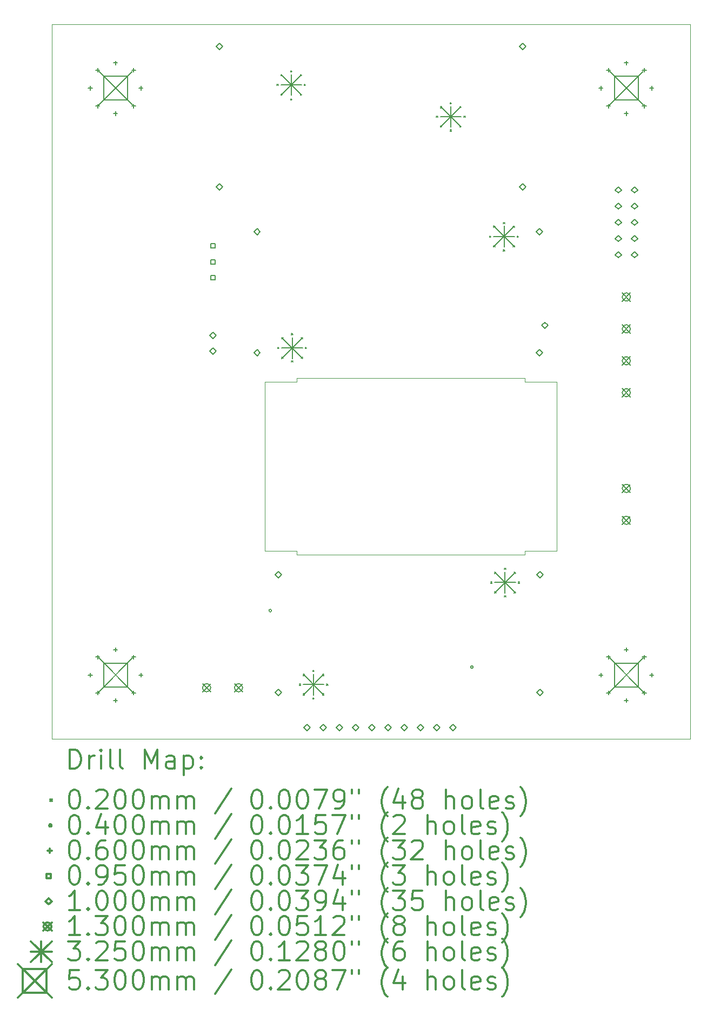
<source format=gbr>
%FSLAX45Y45*%
G04 Gerber Fmt 4.5, Leading zero omitted, Abs format (unit mm)*
G04 Created by KiCad (PCBNEW 5.1.10) date 2021-06-29 02:57:27*
%MOMM*%
%LPD*%
G01*
G04 APERTURE LIST*
%TA.AperFunction,Profile*%
%ADD10C,0.050000*%
%TD*%
%ADD11C,0.200000*%
%ADD12C,0.300000*%
G04 APERTURE END LIST*
D10*
X11750000Y-12800000D02*
X3800000Y-12800000D01*
X1750000Y-12800000D02*
X3800000Y-12800000D01*
X5087500Y-7205000D02*
X5587500Y-7205000D01*
X9162500Y-7205000D02*
X9662500Y-7205000D01*
X5587500Y-7142500D02*
X9162500Y-7142500D01*
X5587500Y-7205000D02*
X5587500Y-7142500D01*
X9662500Y-9855000D02*
X9662500Y-7205000D01*
X9162500Y-7205000D02*
X9162500Y-7142500D01*
X5087500Y-7205000D02*
X5087500Y-9855000D01*
X5587500Y-9855000D02*
X5087500Y-9855000D01*
X9162500Y-9917500D02*
X5587500Y-9917500D01*
X9662500Y-9855000D02*
X9162500Y-9855000D01*
X9162500Y-9855000D02*
X9162500Y-9917500D01*
X5587500Y-9855000D02*
X5587500Y-9917500D01*
X1750000Y-12800000D02*
X1750000Y-1600000D01*
X11750000Y-1600000D02*
X11750000Y-12800000D01*
X1750000Y-1600000D02*
X11750000Y-1600000D01*
D11*
X5275000Y-2540000D02*
X5295000Y-2560000D01*
X5295000Y-2540000D02*
X5275000Y-2560000D01*
X5290000Y-6660000D02*
X5310000Y-6680000D01*
X5310000Y-6660000D02*
X5290000Y-6680000D01*
X5337972Y-2387972D02*
X5357972Y-2407972D01*
X5357972Y-2387972D02*
X5337972Y-2407972D01*
X5337972Y-2692028D02*
X5357972Y-2712028D01*
X5357972Y-2692028D02*
X5337972Y-2712028D01*
X5352972Y-6507972D02*
X5372972Y-6527972D01*
X5372972Y-6507972D02*
X5352972Y-6527972D01*
X5352972Y-6812028D02*
X5372972Y-6832028D01*
X5372972Y-6812028D02*
X5352972Y-6832028D01*
X5490000Y-2325000D02*
X5510000Y-2345000D01*
X5510000Y-2325000D02*
X5490000Y-2345000D01*
X5490000Y-2765000D02*
X5510000Y-2785000D01*
X5510000Y-2765000D02*
X5490000Y-2785000D01*
X5505000Y-6445000D02*
X5525000Y-6465000D01*
X5525000Y-6445000D02*
X5505000Y-6465000D01*
X5505000Y-6875000D02*
X5525000Y-6895000D01*
X5525000Y-6875000D02*
X5505000Y-6895000D01*
X5625000Y-11940000D02*
X5645000Y-11960000D01*
X5645000Y-11940000D02*
X5625000Y-11960000D01*
X5642028Y-2387972D02*
X5662028Y-2407972D01*
X5662028Y-2387972D02*
X5642028Y-2407972D01*
X5642028Y-2692028D02*
X5662028Y-2712028D01*
X5662028Y-2692028D02*
X5642028Y-2712028D01*
X5657028Y-6507972D02*
X5677028Y-6527972D01*
X5677028Y-6507972D02*
X5657028Y-6527972D01*
X5657028Y-6812028D02*
X5677028Y-6832028D01*
X5677028Y-6812028D02*
X5657028Y-6832028D01*
X5687972Y-11787972D02*
X5707972Y-11807972D01*
X5707972Y-11787972D02*
X5687972Y-11807972D01*
X5687972Y-12092028D02*
X5707972Y-12112028D01*
X5707972Y-12092028D02*
X5687972Y-12112028D01*
X5705000Y-2540000D02*
X5725000Y-2560000D01*
X5725000Y-2540000D02*
X5705000Y-2560000D01*
X5720000Y-6660000D02*
X5740000Y-6680000D01*
X5740000Y-6660000D02*
X5720000Y-6680000D01*
X5840000Y-11725000D02*
X5860000Y-11745000D01*
X5860000Y-11725000D02*
X5840000Y-11745000D01*
X5840000Y-12155000D02*
X5860000Y-12175000D01*
X5860000Y-12155000D02*
X5840000Y-12175000D01*
X5992028Y-11787972D02*
X6012028Y-11807972D01*
X6012028Y-11787972D02*
X5992028Y-11807972D01*
X5992028Y-12092028D02*
X6012028Y-12112028D01*
X6012028Y-12092028D02*
X5992028Y-12112028D01*
X6055000Y-11940000D02*
X6075000Y-11960000D01*
X6075000Y-11940000D02*
X6055000Y-11960000D01*
X7775000Y-3040000D02*
X7795000Y-3060000D01*
X7795000Y-3040000D02*
X7775000Y-3060000D01*
X7837972Y-2890000D02*
X7857972Y-2910000D01*
X7857972Y-2890000D02*
X7837972Y-2910000D01*
X7837972Y-3190000D02*
X7857972Y-3210000D01*
X7857972Y-3190000D02*
X7837972Y-3210000D01*
X7990000Y-2825000D02*
X8010000Y-2845000D01*
X8010000Y-2825000D02*
X7990000Y-2845000D01*
X7990000Y-3255000D02*
X8010000Y-3275000D01*
X8010000Y-3255000D02*
X7990000Y-3275000D01*
X8142028Y-2887972D02*
X8162028Y-2907972D01*
X8162028Y-2887972D02*
X8142028Y-2907972D01*
X8142028Y-3192028D02*
X8162028Y-3212028D01*
X8162028Y-3192028D02*
X8142028Y-3212028D01*
X8205000Y-3040000D02*
X8225000Y-3060000D01*
X8225000Y-3040000D02*
X8205000Y-3060000D01*
X8610000Y-4920000D02*
X8630000Y-4940000D01*
X8630000Y-4920000D02*
X8610000Y-4940000D01*
X8625000Y-10340000D02*
X8645000Y-10360000D01*
X8645000Y-10340000D02*
X8625000Y-10360000D01*
X8672972Y-4767972D02*
X8692972Y-4787972D01*
X8692972Y-4767972D02*
X8672972Y-4787972D01*
X8672972Y-5072028D02*
X8692972Y-5092028D01*
X8692972Y-5072028D02*
X8672972Y-5092028D01*
X8687972Y-10187972D02*
X8707972Y-10207972D01*
X8707972Y-10187972D02*
X8687972Y-10207972D01*
X8687972Y-10492028D02*
X8707972Y-10512028D01*
X8707972Y-10492028D02*
X8687972Y-10512028D01*
X8825000Y-4705000D02*
X8845000Y-4725000D01*
X8845000Y-4705000D02*
X8825000Y-4725000D01*
X8825000Y-5135000D02*
X8845000Y-5155000D01*
X8845000Y-5135000D02*
X8825000Y-5155000D01*
X8840000Y-10125000D02*
X8860000Y-10145000D01*
X8860000Y-10125000D02*
X8840000Y-10145000D01*
X8840000Y-10555000D02*
X8860000Y-10575000D01*
X8860000Y-10555000D02*
X8840000Y-10575000D01*
X8977028Y-4767972D02*
X8997028Y-4787972D01*
X8997028Y-4767972D02*
X8977028Y-4787972D01*
X8977028Y-5072028D02*
X8997028Y-5092028D01*
X8997028Y-5072028D02*
X8977028Y-5092028D01*
X8992028Y-10187972D02*
X9012028Y-10207972D01*
X9012028Y-10187972D02*
X8992028Y-10207972D01*
X8992028Y-10492028D02*
X9012028Y-10512028D01*
X9012028Y-10492028D02*
X8992028Y-10512028D01*
X9040000Y-4920000D02*
X9060000Y-4940000D01*
X9060000Y-4920000D02*
X9040000Y-4940000D01*
X9055000Y-10340000D02*
X9075000Y-10360000D01*
X9075000Y-10340000D02*
X9055000Y-10360000D01*
X5191250Y-10792010D02*
G75*
G03*
X5191250Y-10792010I-20000J0D01*
G01*
X8349530Y-11676760D02*
G75*
G03*
X8349530Y-11676760I-20000J0D01*
G01*
X2352500Y-2570000D02*
X2352500Y-2630000D01*
X2322500Y-2600000D02*
X2382500Y-2600000D01*
X2352500Y-11770000D02*
X2352500Y-11830000D01*
X2322500Y-11800000D02*
X2382500Y-11800000D01*
X2468925Y-2288925D02*
X2468925Y-2348925D01*
X2438925Y-2318925D02*
X2498925Y-2318925D01*
X2468925Y-2851075D02*
X2468925Y-2911075D01*
X2438925Y-2881075D02*
X2498925Y-2881075D01*
X2468925Y-11488925D02*
X2468925Y-11548925D01*
X2438925Y-11518925D02*
X2498925Y-11518925D01*
X2468925Y-12051075D02*
X2468925Y-12111075D01*
X2438925Y-12081075D02*
X2498925Y-12081075D01*
X2750000Y-2172500D02*
X2750000Y-2232500D01*
X2720000Y-2202500D02*
X2780000Y-2202500D01*
X2750000Y-2967500D02*
X2750000Y-3027500D01*
X2720000Y-2997500D02*
X2780000Y-2997500D01*
X2750000Y-11372500D02*
X2750000Y-11432500D01*
X2720000Y-11402500D02*
X2780000Y-11402500D01*
X2750000Y-12167500D02*
X2750000Y-12227500D01*
X2720000Y-12197500D02*
X2780000Y-12197500D01*
X3031075Y-2288925D02*
X3031075Y-2348925D01*
X3001075Y-2318925D02*
X3061075Y-2318925D01*
X3031075Y-2851075D02*
X3031075Y-2911075D01*
X3001075Y-2881075D02*
X3061075Y-2881075D01*
X3031075Y-11488925D02*
X3031075Y-11548925D01*
X3001075Y-11518925D02*
X3061075Y-11518925D01*
X3031075Y-12051075D02*
X3031075Y-12111075D01*
X3001075Y-12081075D02*
X3061075Y-12081075D01*
X3147500Y-2570000D02*
X3147500Y-2630000D01*
X3117500Y-2600000D02*
X3177500Y-2600000D01*
X3147500Y-11770000D02*
X3147500Y-11830000D01*
X3117500Y-11800000D02*
X3177500Y-11800000D01*
X10352500Y-2570000D02*
X10352500Y-2630000D01*
X10322500Y-2600000D02*
X10382500Y-2600000D01*
X10352500Y-11770000D02*
X10352500Y-11830000D01*
X10322500Y-11800000D02*
X10382500Y-11800000D01*
X10468925Y-2288925D02*
X10468925Y-2348925D01*
X10438925Y-2318925D02*
X10498925Y-2318925D01*
X10468925Y-2851075D02*
X10468925Y-2911075D01*
X10438925Y-2881075D02*
X10498925Y-2881075D01*
X10468925Y-11488925D02*
X10468925Y-11548925D01*
X10438925Y-11518925D02*
X10498925Y-11518925D01*
X10468925Y-12051075D02*
X10468925Y-12111075D01*
X10438925Y-12081075D02*
X10498925Y-12081075D01*
X10750000Y-2172500D02*
X10750000Y-2232500D01*
X10720000Y-2202500D02*
X10780000Y-2202500D01*
X10750000Y-2967500D02*
X10750000Y-3027500D01*
X10720000Y-2997500D02*
X10780000Y-2997500D01*
X10750000Y-11372500D02*
X10750000Y-11432500D01*
X10720000Y-11402500D02*
X10780000Y-11402500D01*
X10750000Y-12167500D02*
X10750000Y-12227500D01*
X10720000Y-12197500D02*
X10780000Y-12197500D01*
X11031075Y-2288925D02*
X11031075Y-2348925D01*
X11001075Y-2318925D02*
X11061075Y-2318925D01*
X11031075Y-2851075D02*
X11031075Y-2911075D01*
X11001075Y-2881075D02*
X11061075Y-2881075D01*
X11031075Y-11488925D02*
X11031075Y-11548925D01*
X11001075Y-11518925D02*
X11061075Y-11518925D01*
X11031075Y-12051075D02*
X11031075Y-12111075D01*
X11001075Y-12081075D02*
X11061075Y-12081075D01*
X11147500Y-2570000D02*
X11147500Y-2630000D01*
X11117500Y-2600000D02*
X11177500Y-2600000D01*
X11147500Y-11770000D02*
X11147500Y-11830000D01*
X11117500Y-11800000D02*
X11177500Y-11800000D01*
X4308588Y-5108588D02*
X4308588Y-5041412D01*
X4241412Y-5041412D01*
X4241412Y-5108588D01*
X4308588Y-5108588D01*
X4308588Y-5358588D02*
X4308588Y-5291412D01*
X4241412Y-5291412D01*
X4241412Y-5358588D01*
X4308588Y-5358588D01*
X4308588Y-5608588D02*
X4308588Y-5541412D01*
X4241412Y-5541412D01*
X4241412Y-5608588D01*
X4308588Y-5608588D01*
X4275000Y-6525000D02*
X4325000Y-6475000D01*
X4275000Y-6425000D01*
X4225000Y-6475000D01*
X4275000Y-6525000D01*
X4275000Y-6775000D02*
X4325000Y-6725000D01*
X4275000Y-6675000D01*
X4225000Y-6725000D01*
X4275000Y-6775000D01*
X4375000Y-2000000D02*
X4425000Y-1950000D01*
X4375000Y-1900000D01*
X4325000Y-1950000D01*
X4375000Y-2000000D01*
X4375000Y-4200000D02*
X4425000Y-4150000D01*
X4375000Y-4100000D01*
X4325000Y-4150000D01*
X4375000Y-4200000D01*
X4965000Y-4900000D02*
X5015000Y-4850000D01*
X4965000Y-4800000D01*
X4915000Y-4850000D01*
X4965000Y-4900000D01*
X4965000Y-6800000D02*
X5015000Y-6750000D01*
X4965000Y-6700000D01*
X4915000Y-6750000D01*
X4965000Y-6800000D01*
X5300000Y-10275000D02*
X5350000Y-10225000D01*
X5300000Y-10175000D01*
X5250000Y-10225000D01*
X5300000Y-10275000D01*
X5300000Y-12125000D02*
X5350000Y-12075000D01*
X5300000Y-12025000D01*
X5250000Y-12075000D01*
X5300000Y-12125000D01*
X5750000Y-12675000D02*
X5800000Y-12625000D01*
X5750000Y-12575000D01*
X5700000Y-12625000D01*
X5750000Y-12675000D01*
X6004000Y-12675000D02*
X6054000Y-12625000D01*
X6004000Y-12575000D01*
X5954000Y-12625000D01*
X6004000Y-12675000D01*
X6258000Y-12675000D02*
X6308000Y-12625000D01*
X6258000Y-12575000D01*
X6208000Y-12625000D01*
X6258000Y-12675000D01*
X6512000Y-12675000D02*
X6562000Y-12625000D01*
X6512000Y-12575000D01*
X6462000Y-12625000D01*
X6512000Y-12675000D01*
X6766000Y-12675000D02*
X6816000Y-12625000D01*
X6766000Y-12575000D01*
X6716000Y-12625000D01*
X6766000Y-12675000D01*
X7020000Y-12675000D02*
X7070000Y-12625000D01*
X7020000Y-12575000D01*
X6970000Y-12625000D01*
X7020000Y-12675000D01*
X7274000Y-12675000D02*
X7324000Y-12625000D01*
X7274000Y-12575000D01*
X7224000Y-12625000D01*
X7274000Y-12675000D01*
X7528000Y-12675000D02*
X7578000Y-12625000D01*
X7528000Y-12575000D01*
X7478000Y-12625000D01*
X7528000Y-12675000D01*
X7782000Y-12675000D02*
X7832000Y-12625000D01*
X7782000Y-12575000D01*
X7732000Y-12625000D01*
X7782000Y-12675000D01*
X8036000Y-12675000D02*
X8086000Y-12625000D01*
X8036000Y-12575000D01*
X7986000Y-12625000D01*
X8036000Y-12675000D01*
X9125000Y-2000000D02*
X9175000Y-1950000D01*
X9125000Y-1900000D01*
X9075000Y-1950000D01*
X9125000Y-2000000D01*
X9125000Y-4200000D02*
X9175000Y-4150000D01*
X9125000Y-4100000D01*
X9075000Y-4150000D01*
X9125000Y-4200000D01*
X9385000Y-4900000D02*
X9435000Y-4850000D01*
X9385000Y-4800000D01*
X9335000Y-4850000D01*
X9385000Y-4900000D01*
X9385000Y-6800000D02*
X9435000Y-6750000D01*
X9385000Y-6700000D01*
X9335000Y-6750000D01*
X9385000Y-6800000D01*
X9400000Y-10275000D02*
X9450000Y-10225000D01*
X9400000Y-10175000D01*
X9350000Y-10225000D01*
X9400000Y-10275000D01*
X9400000Y-12125000D02*
X9450000Y-12075000D01*
X9400000Y-12025000D01*
X9350000Y-12075000D01*
X9400000Y-12125000D01*
X9475000Y-6370000D02*
X9525000Y-6320000D01*
X9475000Y-6270000D01*
X9425000Y-6320000D01*
X9475000Y-6370000D01*
X10625000Y-4246000D02*
X10675000Y-4196000D01*
X10625000Y-4146000D01*
X10575000Y-4196000D01*
X10625000Y-4246000D01*
X10625000Y-4500000D02*
X10675000Y-4450000D01*
X10625000Y-4400000D01*
X10575000Y-4450000D01*
X10625000Y-4500000D01*
X10625000Y-4754000D02*
X10675000Y-4704000D01*
X10625000Y-4654000D01*
X10575000Y-4704000D01*
X10625000Y-4754000D01*
X10625000Y-5008000D02*
X10675000Y-4958000D01*
X10625000Y-4908000D01*
X10575000Y-4958000D01*
X10625000Y-5008000D01*
X10625000Y-5262000D02*
X10675000Y-5212000D01*
X10625000Y-5162000D01*
X10575000Y-5212000D01*
X10625000Y-5262000D01*
X10879000Y-4246000D02*
X10929000Y-4196000D01*
X10879000Y-4146000D01*
X10829000Y-4196000D01*
X10879000Y-4246000D01*
X10879000Y-4500000D02*
X10929000Y-4450000D01*
X10879000Y-4400000D01*
X10829000Y-4450000D01*
X10879000Y-4500000D01*
X10879000Y-4754000D02*
X10929000Y-4704000D01*
X10879000Y-4654000D01*
X10829000Y-4704000D01*
X10879000Y-4754000D01*
X10879000Y-5008000D02*
X10929000Y-4958000D01*
X10879000Y-4908000D01*
X10829000Y-4958000D01*
X10879000Y-5008000D01*
X10879000Y-5262000D02*
X10929000Y-5212000D01*
X10879000Y-5162000D01*
X10829000Y-5212000D01*
X10879000Y-5262000D01*
X4110000Y-11935000D02*
X4240000Y-12065000D01*
X4240000Y-11935000D02*
X4110000Y-12065000D01*
X4240000Y-12000000D02*
G75*
G03*
X4240000Y-12000000I-65000J0D01*
G01*
X4610000Y-11935000D02*
X4740000Y-12065000D01*
X4740000Y-11935000D02*
X4610000Y-12065000D01*
X4740000Y-12000000D02*
G75*
G03*
X4740000Y-12000000I-65000J0D01*
G01*
X10685000Y-5810000D02*
X10815000Y-5940000D01*
X10815000Y-5810000D02*
X10685000Y-5940000D01*
X10815000Y-5875000D02*
G75*
G03*
X10815000Y-5875000I-65000J0D01*
G01*
X10685000Y-6310000D02*
X10815000Y-6440000D01*
X10815000Y-6310000D02*
X10685000Y-6440000D01*
X10815000Y-6375000D02*
G75*
G03*
X10815000Y-6375000I-65000J0D01*
G01*
X10685000Y-6810000D02*
X10815000Y-6940000D01*
X10815000Y-6810000D02*
X10685000Y-6940000D01*
X10815000Y-6875000D02*
G75*
G03*
X10815000Y-6875000I-65000J0D01*
G01*
X10685000Y-7310000D02*
X10815000Y-7440000D01*
X10815000Y-7310000D02*
X10685000Y-7440000D01*
X10815000Y-7375000D02*
G75*
G03*
X10815000Y-7375000I-65000J0D01*
G01*
X10685000Y-8810000D02*
X10815000Y-8940000D01*
X10815000Y-8810000D02*
X10685000Y-8940000D01*
X10815000Y-8875000D02*
G75*
G03*
X10815000Y-8875000I-65000J0D01*
G01*
X10685000Y-9310000D02*
X10815000Y-9440000D01*
X10815000Y-9310000D02*
X10685000Y-9440000D01*
X10815000Y-9375000D02*
G75*
G03*
X10815000Y-9375000I-65000J0D01*
G01*
X5337500Y-2387500D02*
X5662500Y-2712500D01*
X5662500Y-2387500D02*
X5337500Y-2712500D01*
X5500000Y-2387500D02*
X5500000Y-2712500D01*
X5337500Y-2550000D02*
X5662500Y-2550000D01*
X5352500Y-6512500D02*
X5677500Y-6837500D01*
X5677500Y-6512500D02*
X5352500Y-6837500D01*
X5515000Y-6512500D02*
X5515000Y-6837500D01*
X5352500Y-6675000D02*
X5677500Y-6675000D01*
X5687500Y-11787500D02*
X6012500Y-12112500D01*
X6012500Y-11787500D02*
X5687500Y-12112500D01*
X5850000Y-11787500D02*
X5850000Y-12112500D01*
X5687500Y-11950000D02*
X6012500Y-11950000D01*
X7837500Y-2887500D02*
X8162500Y-3212500D01*
X8162500Y-2887500D02*
X7837500Y-3212500D01*
X8000000Y-2887500D02*
X8000000Y-3212500D01*
X7837500Y-3050000D02*
X8162500Y-3050000D01*
X8672500Y-4762500D02*
X8997500Y-5087500D01*
X8997500Y-4762500D02*
X8672500Y-5087500D01*
X8835000Y-4762500D02*
X8835000Y-5087500D01*
X8672500Y-4925000D02*
X8997500Y-4925000D01*
X8687500Y-10187500D02*
X9012500Y-10512500D01*
X9012500Y-10187500D02*
X8687500Y-10512500D01*
X8850000Y-10187500D02*
X8850000Y-10512500D01*
X8687500Y-10350000D02*
X9012500Y-10350000D01*
X2485000Y-2335000D02*
X3015000Y-2865000D01*
X3015000Y-2335000D02*
X2485000Y-2865000D01*
X2937385Y-2787385D02*
X2937385Y-2412615D01*
X2562615Y-2412615D01*
X2562615Y-2787385D01*
X2937385Y-2787385D01*
X2485000Y-11535000D02*
X3015000Y-12065000D01*
X3015000Y-11535000D02*
X2485000Y-12065000D01*
X2937385Y-11987385D02*
X2937385Y-11612615D01*
X2562615Y-11612615D01*
X2562615Y-11987385D01*
X2937385Y-11987385D01*
X10485000Y-2335000D02*
X11015000Y-2865000D01*
X11015000Y-2335000D02*
X10485000Y-2865000D01*
X10937385Y-2787385D02*
X10937385Y-2412615D01*
X10562615Y-2412615D01*
X10562615Y-2787385D01*
X10937385Y-2787385D01*
X10485000Y-11535000D02*
X11015000Y-12065000D01*
X11015000Y-11535000D02*
X10485000Y-12065000D01*
X10937385Y-11987385D02*
X10937385Y-11612615D01*
X10562615Y-11612615D01*
X10562615Y-11987385D01*
X10937385Y-11987385D01*
D12*
X2033928Y-13268214D02*
X2033928Y-12968214D01*
X2105357Y-12968214D01*
X2148214Y-12982500D01*
X2176786Y-13011071D01*
X2191071Y-13039643D01*
X2205357Y-13096786D01*
X2205357Y-13139643D01*
X2191071Y-13196786D01*
X2176786Y-13225357D01*
X2148214Y-13253929D01*
X2105357Y-13268214D01*
X2033928Y-13268214D01*
X2333928Y-13268214D02*
X2333928Y-13068214D01*
X2333928Y-13125357D02*
X2348214Y-13096786D01*
X2362500Y-13082500D01*
X2391071Y-13068214D01*
X2419643Y-13068214D01*
X2519643Y-13268214D02*
X2519643Y-13068214D01*
X2519643Y-12968214D02*
X2505357Y-12982500D01*
X2519643Y-12996786D01*
X2533928Y-12982500D01*
X2519643Y-12968214D01*
X2519643Y-12996786D01*
X2705357Y-13268214D02*
X2676786Y-13253929D01*
X2662500Y-13225357D01*
X2662500Y-12968214D01*
X2862500Y-13268214D02*
X2833928Y-13253929D01*
X2819643Y-13225357D01*
X2819643Y-12968214D01*
X3205357Y-13268214D02*
X3205357Y-12968214D01*
X3305357Y-13182500D01*
X3405357Y-12968214D01*
X3405357Y-13268214D01*
X3676786Y-13268214D02*
X3676786Y-13111071D01*
X3662500Y-13082500D01*
X3633928Y-13068214D01*
X3576786Y-13068214D01*
X3548214Y-13082500D01*
X3676786Y-13253929D02*
X3648214Y-13268214D01*
X3576786Y-13268214D01*
X3548214Y-13253929D01*
X3533928Y-13225357D01*
X3533928Y-13196786D01*
X3548214Y-13168214D01*
X3576786Y-13153929D01*
X3648214Y-13153929D01*
X3676786Y-13139643D01*
X3819643Y-13068214D02*
X3819643Y-13368214D01*
X3819643Y-13082500D02*
X3848214Y-13068214D01*
X3905357Y-13068214D01*
X3933928Y-13082500D01*
X3948214Y-13096786D01*
X3962500Y-13125357D01*
X3962500Y-13211071D01*
X3948214Y-13239643D01*
X3933928Y-13253929D01*
X3905357Y-13268214D01*
X3848214Y-13268214D01*
X3819643Y-13253929D01*
X4091071Y-13239643D02*
X4105357Y-13253929D01*
X4091071Y-13268214D01*
X4076786Y-13253929D01*
X4091071Y-13239643D01*
X4091071Y-13268214D01*
X4091071Y-13082500D02*
X4105357Y-13096786D01*
X4091071Y-13111071D01*
X4076786Y-13096786D01*
X4091071Y-13082500D01*
X4091071Y-13111071D01*
X1727500Y-13752500D02*
X1747500Y-13772500D01*
X1747500Y-13752500D02*
X1727500Y-13772500D01*
X2091071Y-13598214D02*
X2119643Y-13598214D01*
X2148214Y-13612500D01*
X2162500Y-13626786D01*
X2176786Y-13655357D01*
X2191071Y-13712500D01*
X2191071Y-13783929D01*
X2176786Y-13841071D01*
X2162500Y-13869643D01*
X2148214Y-13883929D01*
X2119643Y-13898214D01*
X2091071Y-13898214D01*
X2062500Y-13883929D01*
X2048214Y-13869643D01*
X2033928Y-13841071D01*
X2019643Y-13783929D01*
X2019643Y-13712500D01*
X2033928Y-13655357D01*
X2048214Y-13626786D01*
X2062500Y-13612500D01*
X2091071Y-13598214D01*
X2319643Y-13869643D02*
X2333928Y-13883929D01*
X2319643Y-13898214D01*
X2305357Y-13883929D01*
X2319643Y-13869643D01*
X2319643Y-13898214D01*
X2448214Y-13626786D02*
X2462500Y-13612500D01*
X2491071Y-13598214D01*
X2562500Y-13598214D01*
X2591071Y-13612500D01*
X2605357Y-13626786D01*
X2619643Y-13655357D01*
X2619643Y-13683929D01*
X2605357Y-13726786D01*
X2433928Y-13898214D01*
X2619643Y-13898214D01*
X2805357Y-13598214D02*
X2833928Y-13598214D01*
X2862500Y-13612500D01*
X2876786Y-13626786D01*
X2891071Y-13655357D01*
X2905357Y-13712500D01*
X2905357Y-13783929D01*
X2891071Y-13841071D01*
X2876786Y-13869643D01*
X2862500Y-13883929D01*
X2833928Y-13898214D01*
X2805357Y-13898214D01*
X2776786Y-13883929D01*
X2762500Y-13869643D01*
X2748214Y-13841071D01*
X2733928Y-13783929D01*
X2733928Y-13712500D01*
X2748214Y-13655357D01*
X2762500Y-13626786D01*
X2776786Y-13612500D01*
X2805357Y-13598214D01*
X3091071Y-13598214D02*
X3119643Y-13598214D01*
X3148214Y-13612500D01*
X3162500Y-13626786D01*
X3176786Y-13655357D01*
X3191071Y-13712500D01*
X3191071Y-13783929D01*
X3176786Y-13841071D01*
X3162500Y-13869643D01*
X3148214Y-13883929D01*
X3119643Y-13898214D01*
X3091071Y-13898214D01*
X3062500Y-13883929D01*
X3048214Y-13869643D01*
X3033928Y-13841071D01*
X3019643Y-13783929D01*
X3019643Y-13712500D01*
X3033928Y-13655357D01*
X3048214Y-13626786D01*
X3062500Y-13612500D01*
X3091071Y-13598214D01*
X3319643Y-13898214D02*
X3319643Y-13698214D01*
X3319643Y-13726786D02*
X3333928Y-13712500D01*
X3362500Y-13698214D01*
X3405357Y-13698214D01*
X3433928Y-13712500D01*
X3448214Y-13741071D01*
X3448214Y-13898214D01*
X3448214Y-13741071D02*
X3462500Y-13712500D01*
X3491071Y-13698214D01*
X3533928Y-13698214D01*
X3562500Y-13712500D01*
X3576786Y-13741071D01*
X3576786Y-13898214D01*
X3719643Y-13898214D02*
X3719643Y-13698214D01*
X3719643Y-13726786D02*
X3733928Y-13712500D01*
X3762500Y-13698214D01*
X3805357Y-13698214D01*
X3833928Y-13712500D01*
X3848214Y-13741071D01*
X3848214Y-13898214D01*
X3848214Y-13741071D02*
X3862500Y-13712500D01*
X3891071Y-13698214D01*
X3933928Y-13698214D01*
X3962500Y-13712500D01*
X3976786Y-13741071D01*
X3976786Y-13898214D01*
X4562500Y-13583929D02*
X4305357Y-13969643D01*
X4948214Y-13598214D02*
X4976786Y-13598214D01*
X5005357Y-13612500D01*
X5019643Y-13626786D01*
X5033928Y-13655357D01*
X5048214Y-13712500D01*
X5048214Y-13783929D01*
X5033928Y-13841071D01*
X5019643Y-13869643D01*
X5005357Y-13883929D01*
X4976786Y-13898214D01*
X4948214Y-13898214D01*
X4919643Y-13883929D01*
X4905357Y-13869643D01*
X4891071Y-13841071D01*
X4876786Y-13783929D01*
X4876786Y-13712500D01*
X4891071Y-13655357D01*
X4905357Y-13626786D01*
X4919643Y-13612500D01*
X4948214Y-13598214D01*
X5176786Y-13869643D02*
X5191071Y-13883929D01*
X5176786Y-13898214D01*
X5162500Y-13883929D01*
X5176786Y-13869643D01*
X5176786Y-13898214D01*
X5376786Y-13598214D02*
X5405357Y-13598214D01*
X5433928Y-13612500D01*
X5448214Y-13626786D01*
X5462500Y-13655357D01*
X5476786Y-13712500D01*
X5476786Y-13783929D01*
X5462500Y-13841071D01*
X5448214Y-13869643D01*
X5433928Y-13883929D01*
X5405357Y-13898214D01*
X5376786Y-13898214D01*
X5348214Y-13883929D01*
X5333928Y-13869643D01*
X5319643Y-13841071D01*
X5305357Y-13783929D01*
X5305357Y-13712500D01*
X5319643Y-13655357D01*
X5333928Y-13626786D01*
X5348214Y-13612500D01*
X5376786Y-13598214D01*
X5662500Y-13598214D02*
X5691071Y-13598214D01*
X5719643Y-13612500D01*
X5733928Y-13626786D01*
X5748214Y-13655357D01*
X5762500Y-13712500D01*
X5762500Y-13783929D01*
X5748214Y-13841071D01*
X5733928Y-13869643D01*
X5719643Y-13883929D01*
X5691071Y-13898214D01*
X5662500Y-13898214D01*
X5633928Y-13883929D01*
X5619643Y-13869643D01*
X5605357Y-13841071D01*
X5591071Y-13783929D01*
X5591071Y-13712500D01*
X5605357Y-13655357D01*
X5619643Y-13626786D01*
X5633928Y-13612500D01*
X5662500Y-13598214D01*
X5862500Y-13598214D02*
X6062500Y-13598214D01*
X5933928Y-13898214D01*
X6191071Y-13898214D02*
X6248214Y-13898214D01*
X6276786Y-13883929D01*
X6291071Y-13869643D01*
X6319643Y-13826786D01*
X6333928Y-13769643D01*
X6333928Y-13655357D01*
X6319643Y-13626786D01*
X6305357Y-13612500D01*
X6276786Y-13598214D01*
X6219643Y-13598214D01*
X6191071Y-13612500D01*
X6176786Y-13626786D01*
X6162500Y-13655357D01*
X6162500Y-13726786D01*
X6176786Y-13755357D01*
X6191071Y-13769643D01*
X6219643Y-13783929D01*
X6276786Y-13783929D01*
X6305357Y-13769643D01*
X6319643Y-13755357D01*
X6333928Y-13726786D01*
X6448214Y-13598214D02*
X6448214Y-13655357D01*
X6562500Y-13598214D02*
X6562500Y-13655357D01*
X7005357Y-14012500D02*
X6991071Y-13998214D01*
X6962500Y-13955357D01*
X6948214Y-13926786D01*
X6933928Y-13883929D01*
X6919643Y-13812500D01*
X6919643Y-13755357D01*
X6933928Y-13683929D01*
X6948214Y-13641071D01*
X6962500Y-13612500D01*
X6991071Y-13569643D01*
X7005357Y-13555357D01*
X7248214Y-13698214D02*
X7248214Y-13898214D01*
X7176786Y-13583929D02*
X7105357Y-13798214D01*
X7291071Y-13798214D01*
X7448214Y-13726786D02*
X7419643Y-13712500D01*
X7405357Y-13698214D01*
X7391071Y-13669643D01*
X7391071Y-13655357D01*
X7405357Y-13626786D01*
X7419643Y-13612500D01*
X7448214Y-13598214D01*
X7505357Y-13598214D01*
X7533928Y-13612500D01*
X7548214Y-13626786D01*
X7562500Y-13655357D01*
X7562500Y-13669643D01*
X7548214Y-13698214D01*
X7533928Y-13712500D01*
X7505357Y-13726786D01*
X7448214Y-13726786D01*
X7419643Y-13741071D01*
X7405357Y-13755357D01*
X7391071Y-13783929D01*
X7391071Y-13841071D01*
X7405357Y-13869643D01*
X7419643Y-13883929D01*
X7448214Y-13898214D01*
X7505357Y-13898214D01*
X7533928Y-13883929D01*
X7548214Y-13869643D01*
X7562500Y-13841071D01*
X7562500Y-13783929D01*
X7548214Y-13755357D01*
X7533928Y-13741071D01*
X7505357Y-13726786D01*
X7919643Y-13898214D02*
X7919643Y-13598214D01*
X8048214Y-13898214D02*
X8048214Y-13741071D01*
X8033928Y-13712500D01*
X8005357Y-13698214D01*
X7962500Y-13698214D01*
X7933928Y-13712500D01*
X7919643Y-13726786D01*
X8233928Y-13898214D02*
X8205357Y-13883929D01*
X8191071Y-13869643D01*
X8176786Y-13841071D01*
X8176786Y-13755357D01*
X8191071Y-13726786D01*
X8205357Y-13712500D01*
X8233928Y-13698214D01*
X8276786Y-13698214D01*
X8305357Y-13712500D01*
X8319643Y-13726786D01*
X8333928Y-13755357D01*
X8333928Y-13841071D01*
X8319643Y-13869643D01*
X8305357Y-13883929D01*
X8276786Y-13898214D01*
X8233928Y-13898214D01*
X8505357Y-13898214D02*
X8476786Y-13883929D01*
X8462500Y-13855357D01*
X8462500Y-13598214D01*
X8733928Y-13883929D02*
X8705357Y-13898214D01*
X8648214Y-13898214D01*
X8619643Y-13883929D01*
X8605357Y-13855357D01*
X8605357Y-13741071D01*
X8619643Y-13712500D01*
X8648214Y-13698214D01*
X8705357Y-13698214D01*
X8733928Y-13712500D01*
X8748214Y-13741071D01*
X8748214Y-13769643D01*
X8605357Y-13798214D01*
X8862500Y-13883929D02*
X8891071Y-13898214D01*
X8948214Y-13898214D01*
X8976786Y-13883929D01*
X8991071Y-13855357D01*
X8991071Y-13841071D01*
X8976786Y-13812500D01*
X8948214Y-13798214D01*
X8905357Y-13798214D01*
X8876786Y-13783929D01*
X8862500Y-13755357D01*
X8862500Y-13741071D01*
X8876786Y-13712500D01*
X8905357Y-13698214D01*
X8948214Y-13698214D01*
X8976786Y-13712500D01*
X9091071Y-14012500D02*
X9105357Y-13998214D01*
X9133928Y-13955357D01*
X9148214Y-13926786D01*
X9162500Y-13883929D01*
X9176786Y-13812500D01*
X9176786Y-13755357D01*
X9162500Y-13683929D01*
X9148214Y-13641071D01*
X9133928Y-13612500D01*
X9105357Y-13569643D01*
X9091071Y-13555357D01*
X1747500Y-14158500D02*
G75*
G03*
X1747500Y-14158500I-20000J0D01*
G01*
X2091071Y-13994214D02*
X2119643Y-13994214D01*
X2148214Y-14008500D01*
X2162500Y-14022786D01*
X2176786Y-14051357D01*
X2191071Y-14108500D01*
X2191071Y-14179929D01*
X2176786Y-14237071D01*
X2162500Y-14265643D01*
X2148214Y-14279929D01*
X2119643Y-14294214D01*
X2091071Y-14294214D01*
X2062500Y-14279929D01*
X2048214Y-14265643D01*
X2033928Y-14237071D01*
X2019643Y-14179929D01*
X2019643Y-14108500D01*
X2033928Y-14051357D01*
X2048214Y-14022786D01*
X2062500Y-14008500D01*
X2091071Y-13994214D01*
X2319643Y-14265643D02*
X2333928Y-14279929D01*
X2319643Y-14294214D01*
X2305357Y-14279929D01*
X2319643Y-14265643D01*
X2319643Y-14294214D01*
X2591071Y-14094214D02*
X2591071Y-14294214D01*
X2519643Y-13979929D02*
X2448214Y-14194214D01*
X2633928Y-14194214D01*
X2805357Y-13994214D02*
X2833928Y-13994214D01*
X2862500Y-14008500D01*
X2876786Y-14022786D01*
X2891071Y-14051357D01*
X2905357Y-14108500D01*
X2905357Y-14179929D01*
X2891071Y-14237071D01*
X2876786Y-14265643D01*
X2862500Y-14279929D01*
X2833928Y-14294214D01*
X2805357Y-14294214D01*
X2776786Y-14279929D01*
X2762500Y-14265643D01*
X2748214Y-14237071D01*
X2733928Y-14179929D01*
X2733928Y-14108500D01*
X2748214Y-14051357D01*
X2762500Y-14022786D01*
X2776786Y-14008500D01*
X2805357Y-13994214D01*
X3091071Y-13994214D02*
X3119643Y-13994214D01*
X3148214Y-14008500D01*
X3162500Y-14022786D01*
X3176786Y-14051357D01*
X3191071Y-14108500D01*
X3191071Y-14179929D01*
X3176786Y-14237071D01*
X3162500Y-14265643D01*
X3148214Y-14279929D01*
X3119643Y-14294214D01*
X3091071Y-14294214D01*
X3062500Y-14279929D01*
X3048214Y-14265643D01*
X3033928Y-14237071D01*
X3019643Y-14179929D01*
X3019643Y-14108500D01*
X3033928Y-14051357D01*
X3048214Y-14022786D01*
X3062500Y-14008500D01*
X3091071Y-13994214D01*
X3319643Y-14294214D02*
X3319643Y-14094214D01*
X3319643Y-14122786D02*
X3333928Y-14108500D01*
X3362500Y-14094214D01*
X3405357Y-14094214D01*
X3433928Y-14108500D01*
X3448214Y-14137071D01*
X3448214Y-14294214D01*
X3448214Y-14137071D02*
X3462500Y-14108500D01*
X3491071Y-14094214D01*
X3533928Y-14094214D01*
X3562500Y-14108500D01*
X3576786Y-14137071D01*
X3576786Y-14294214D01*
X3719643Y-14294214D02*
X3719643Y-14094214D01*
X3719643Y-14122786D02*
X3733928Y-14108500D01*
X3762500Y-14094214D01*
X3805357Y-14094214D01*
X3833928Y-14108500D01*
X3848214Y-14137071D01*
X3848214Y-14294214D01*
X3848214Y-14137071D02*
X3862500Y-14108500D01*
X3891071Y-14094214D01*
X3933928Y-14094214D01*
X3962500Y-14108500D01*
X3976786Y-14137071D01*
X3976786Y-14294214D01*
X4562500Y-13979929D02*
X4305357Y-14365643D01*
X4948214Y-13994214D02*
X4976786Y-13994214D01*
X5005357Y-14008500D01*
X5019643Y-14022786D01*
X5033928Y-14051357D01*
X5048214Y-14108500D01*
X5048214Y-14179929D01*
X5033928Y-14237071D01*
X5019643Y-14265643D01*
X5005357Y-14279929D01*
X4976786Y-14294214D01*
X4948214Y-14294214D01*
X4919643Y-14279929D01*
X4905357Y-14265643D01*
X4891071Y-14237071D01*
X4876786Y-14179929D01*
X4876786Y-14108500D01*
X4891071Y-14051357D01*
X4905357Y-14022786D01*
X4919643Y-14008500D01*
X4948214Y-13994214D01*
X5176786Y-14265643D02*
X5191071Y-14279929D01*
X5176786Y-14294214D01*
X5162500Y-14279929D01*
X5176786Y-14265643D01*
X5176786Y-14294214D01*
X5376786Y-13994214D02*
X5405357Y-13994214D01*
X5433928Y-14008500D01*
X5448214Y-14022786D01*
X5462500Y-14051357D01*
X5476786Y-14108500D01*
X5476786Y-14179929D01*
X5462500Y-14237071D01*
X5448214Y-14265643D01*
X5433928Y-14279929D01*
X5405357Y-14294214D01*
X5376786Y-14294214D01*
X5348214Y-14279929D01*
X5333928Y-14265643D01*
X5319643Y-14237071D01*
X5305357Y-14179929D01*
X5305357Y-14108500D01*
X5319643Y-14051357D01*
X5333928Y-14022786D01*
X5348214Y-14008500D01*
X5376786Y-13994214D01*
X5762500Y-14294214D02*
X5591071Y-14294214D01*
X5676786Y-14294214D02*
X5676786Y-13994214D01*
X5648214Y-14037071D01*
X5619643Y-14065643D01*
X5591071Y-14079929D01*
X6033928Y-13994214D02*
X5891071Y-13994214D01*
X5876786Y-14137071D01*
X5891071Y-14122786D01*
X5919643Y-14108500D01*
X5991071Y-14108500D01*
X6019643Y-14122786D01*
X6033928Y-14137071D01*
X6048214Y-14165643D01*
X6048214Y-14237071D01*
X6033928Y-14265643D01*
X6019643Y-14279929D01*
X5991071Y-14294214D01*
X5919643Y-14294214D01*
X5891071Y-14279929D01*
X5876786Y-14265643D01*
X6148214Y-13994214D02*
X6348214Y-13994214D01*
X6219643Y-14294214D01*
X6448214Y-13994214D02*
X6448214Y-14051357D01*
X6562500Y-13994214D02*
X6562500Y-14051357D01*
X7005357Y-14408500D02*
X6991071Y-14394214D01*
X6962500Y-14351357D01*
X6948214Y-14322786D01*
X6933928Y-14279929D01*
X6919643Y-14208500D01*
X6919643Y-14151357D01*
X6933928Y-14079929D01*
X6948214Y-14037071D01*
X6962500Y-14008500D01*
X6991071Y-13965643D01*
X7005357Y-13951357D01*
X7105357Y-14022786D02*
X7119643Y-14008500D01*
X7148214Y-13994214D01*
X7219643Y-13994214D01*
X7248214Y-14008500D01*
X7262500Y-14022786D01*
X7276786Y-14051357D01*
X7276786Y-14079929D01*
X7262500Y-14122786D01*
X7091071Y-14294214D01*
X7276786Y-14294214D01*
X7633928Y-14294214D02*
X7633928Y-13994214D01*
X7762500Y-14294214D02*
X7762500Y-14137071D01*
X7748214Y-14108500D01*
X7719643Y-14094214D01*
X7676786Y-14094214D01*
X7648214Y-14108500D01*
X7633928Y-14122786D01*
X7948214Y-14294214D02*
X7919643Y-14279929D01*
X7905357Y-14265643D01*
X7891071Y-14237071D01*
X7891071Y-14151357D01*
X7905357Y-14122786D01*
X7919643Y-14108500D01*
X7948214Y-14094214D01*
X7991071Y-14094214D01*
X8019643Y-14108500D01*
X8033928Y-14122786D01*
X8048214Y-14151357D01*
X8048214Y-14237071D01*
X8033928Y-14265643D01*
X8019643Y-14279929D01*
X7991071Y-14294214D01*
X7948214Y-14294214D01*
X8219643Y-14294214D02*
X8191071Y-14279929D01*
X8176786Y-14251357D01*
X8176786Y-13994214D01*
X8448214Y-14279929D02*
X8419643Y-14294214D01*
X8362500Y-14294214D01*
X8333928Y-14279929D01*
X8319643Y-14251357D01*
X8319643Y-14137071D01*
X8333928Y-14108500D01*
X8362500Y-14094214D01*
X8419643Y-14094214D01*
X8448214Y-14108500D01*
X8462500Y-14137071D01*
X8462500Y-14165643D01*
X8319643Y-14194214D01*
X8576786Y-14279929D02*
X8605357Y-14294214D01*
X8662500Y-14294214D01*
X8691071Y-14279929D01*
X8705357Y-14251357D01*
X8705357Y-14237071D01*
X8691071Y-14208500D01*
X8662500Y-14194214D01*
X8619643Y-14194214D01*
X8591071Y-14179929D01*
X8576786Y-14151357D01*
X8576786Y-14137071D01*
X8591071Y-14108500D01*
X8619643Y-14094214D01*
X8662500Y-14094214D01*
X8691071Y-14108500D01*
X8805357Y-14408500D02*
X8819643Y-14394214D01*
X8848214Y-14351357D01*
X8862500Y-14322786D01*
X8876786Y-14279929D01*
X8891071Y-14208500D01*
X8891071Y-14151357D01*
X8876786Y-14079929D01*
X8862500Y-14037071D01*
X8848214Y-14008500D01*
X8819643Y-13965643D01*
X8805357Y-13951357D01*
X1717500Y-14524500D02*
X1717500Y-14584500D01*
X1687500Y-14554500D02*
X1747500Y-14554500D01*
X2091071Y-14390214D02*
X2119643Y-14390214D01*
X2148214Y-14404500D01*
X2162500Y-14418786D01*
X2176786Y-14447357D01*
X2191071Y-14504500D01*
X2191071Y-14575929D01*
X2176786Y-14633071D01*
X2162500Y-14661643D01*
X2148214Y-14675929D01*
X2119643Y-14690214D01*
X2091071Y-14690214D01*
X2062500Y-14675929D01*
X2048214Y-14661643D01*
X2033928Y-14633071D01*
X2019643Y-14575929D01*
X2019643Y-14504500D01*
X2033928Y-14447357D01*
X2048214Y-14418786D01*
X2062500Y-14404500D01*
X2091071Y-14390214D01*
X2319643Y-14661643D02*
X2333928Y-14675929D01*
X2319643Y-14690214D01*
X2305357Y-14675929D01*
X2319643Y-14661643D01*
X2319643Y-14690214D01*
X2591071Y-14390214D02*
X2533928Y-14390214D01*
X2505357Y-14404500D01*
X2491071Y-14418786D01*
X2462500Y-14461643D01*
X2448214Y-14518786D01*
X2448214Y-14633071D01*
X2462500Y-14661643D01*
X2476786Y-14675929D01*
X2505357Y-14690214D01*
X2562500Y-14690214D01*
X2591071Y-14675929D01*
X2605357Y-14661643D01*
X2619643Y-14633071D01*
X2619643Y-14561643D01*
X2605357Y-14533071D01*
X2591071Y-14518786D01*
X2562500Y-14504500D01*
X2505357Y-14504500D01*
X2476786Y-14518786D01*
X2462500Y-14533071D01*
X2448214Y-14561643D01*
X2805357Y-14390214D02*
X2833928Y-14390214D01*
X2862500Y-14404500D01*
X2876786Y-14418786D01*
X2891071Y-14447357D01*
X2905357Y-14504500D01*
X2905357Y-14575929D01*
X2891071Y-14633071D01*
X2876786Y-14661643D01*
X2862500Y-14675929D01*
X2833928Y-14690214D01*
X2805357Y-14690214D01*
X2776786Y-14675929D01*
X2762500Y-14661643D01*
X2748214Y-14633071D01*
X2733928Y-14575929D01*
X2733928Y-14504500D01*
X2748214Y-14447357D01*
X2762500Y-14418786D01*
X2776786Y-14404500D01*
X2805357Y-14390214D01*
X3091071Y-14390214D02*
X3119643Y-14390214D01*
X3148214Y-14404500D01*
X3162500Y-14418786D01*
X3176786Y-14447357D01*
X3191071Y-14504500D01*
X3191071Y-14575929D01*
X3176786Y-14633071D01*
X3162500Y-14661643D01*
X3148214Y-14675929D01*
X3119643Y-14690214D01*
X3091071Y-14690214D01*
X3062500Y-14675929D01*
X3048214Y-14661643D01*
X3033928Y-14633071D01*
X3019643Y-14575929D01*
X3019643Y-14504500D01*
X3033928Y-14447357D01*
X3048214Y-14418786D01*
X3062500Y-14404500D01*
X3091071Y-14390214D01*
X3319643Y-14690214D02*
X3319643Y-14490214D01*
X3319643Y-14518786D02*
X3333928Y-14504500D01*
X3362500Y-14490214D01*
X3405357Y-14490214D01*
X3433928Y-14504500D01*
X3448214Y-14533071D01*
X3448214Y-14690214D01*
X3448214Y-14533071D02*
X3462500Y-14504500D01*
X3491071Y-14490214D01*
X3533928Y-14490214D01*
X3562500Y-14504500D01*
X3576786Y-14533071D01*
X3576786Y-14690214D01*
X3719643Y-14690214D02*
X3719643Y-14490214D01*
X3719643Y-14518786D02*
X3733928Y-14504500D01*
X3762500Y-14490214D01*
X3805357Y-14490214D01*
X3833928Y-14504500D01*
X3848214Y-14533071D01*
X3848214Y-14690214D01*
X3848214Y-14533071D02*
X3862500Y-14504500D01*
X3891071Y-14490214D01*
X3933928Y-14490214D01*
X3962500Y-14504500D01*
X3976786Y-14533071D01*
X3976786Y-14690214D01*
X4562500Y-14375929D02*
X4305357Y-14761643D01*
X4948214Y-14390214D02*
X4976786Y-14390214D01*
X5005357Y-14404500D01*
X5019643Y-14418786D01*
X5033928Y-14447357D01*
X5048214Y-14504500D01*
X5048214Y-14575929D01*
X5033928Y-14633071D01*
X5019643Y-14661643D01*
X5005357Y-14675929D01*
X4976786Y-14690214D01*
X4948214Y-14690214D01*
X4919643Y-14675929D01*
X4905357Y-14661643D01*
X4891071Y-14633071D01*
X4876786Y-14575929D01*
X4876786Y-14504500D01*
X4891071Y-14447357D01*
X4905357Y-14418786D01*
X4919643Y-14404500D01*
X4948214Y-14390214D01*
X5176786Y-14661643D02*
X5191071Y-14675929D01*
X5176786Y-14690214D01*
X5162500Y-14675929D01*
X5176786Y-14661643D01*
X5176786Y-14690214D01*
X5376786Y-14390214D02*
X5405357Y-14390214D01*
X5433928Y-14404500D01*
X5448214Y-14418786D01*
X5462500Y-14447357D01*
X5476786Y-14504500D01*
X5476786Y-14575929D01*
X5462500Y-14633071D01*
X5448214Y-14661643D01*
X5433928Y-14675929D01*
X5405357Y-14690214D01*
X5376786Y-14690214D01*
X5348214Y-14675929D01*
X5333928Y-14661643D01*
X5319643Y-14633071D01*
X5305357Y-14575929D01*
X5305357Y-14504500D01*
X5319643Y-14447357D01*
X5333928Y-14418786D01*
X5348214Y-14404500D01*
X5376786Y-14390214D01*
X5591071Y-14418786D02*
X5605357Y-14404500D01*
X5633928Y-14390214D01*
X5705357Y-14390214D01*
X5733928Y-14404500D01*
X5748214Y-14418786D01*
X5762500Y-14447357D01*
X5762500Y-14475929D01*
X5748214Y-14518786D01*
X5576786Y-14690214D01*
X5762500Y-14690214D01*
X5862500Y-14390214D02*
X6048214Y-14390214D01*
X5948214Y-14504500D01*
X5991071Y-14504500D01*
X6019643Y-14518786D01*
X6033928Y-14533071D01*
X6048214Y-14561643D01*
X6048214Y-14633071D01*
X6033928Y-14661643D01*
X6019643Y-14675929D01*
X5991071Y-14690214D01*
X5905357Y-14690214D01*
X5876786Y-14675929D01*
X5862500Y-14661643D01*
X6305357Y-14390214D02*
X6248214Y-14390214D01*
X6219643Y-14404500D01*
X6205357Y-14418786D01*
X6176786Y-14461643D01*
X6162500Y-14518786D01*
X6162500Y-14633071D01*
X6176786Y-14661643D01*
X6191071Y-14675929D01*
X6219643Y-14690214D01*
X6276786Y-14690214D01*
X6305357Y-14675929D01*
X6319643Y-14661643D01*
X6333928Y-14633071D01*
X6333928Y-14561643D01*
X6319643Y-14533071D01*
X6305357Y-14518786D01*
X6276786Y-14504500D01*
X6219643Y-14504500D01*
X6191071Y-14518786D01*
X6176786Y-14533071D01*
X6162500Y-14561643D01*
X6448214Y-14390214D02*
X6448214Y-14447357D01*
X6562500Y-14390214D02*
X6562500Y-14447357D01*
X7005357Y-14804500D02*
X6991071Y-14790214D01*
X6962500Y-14747357D01*
X6948214Y-14718786D01*
X6933928Y-14675929D01*
X6919643Y-14604500D01*
X6919643Y-14547357D01*
X6933928Y-14475929D01*
X6948214Y-14433071D01*
X6962500Y-14404500D01*
X6991071Y-14361643D01*
X7005357Y-14347357D01*
X7091071Y-14390214D02*
X7276786Y-14390214D01*
X7176786Y-14504500D01*
X7219643Y-14504500D01*
X7248214Y-14518786D01*
X7262500Y-14533071D01*
X7276786Y-14561643D01*
X7276786Y-14633071D01*
X7262500Y-14661643D01*
X7248214Y-14675929D01*
X7219643Y-14690214D01*
X7133928Y-14690214D01*
X7105357Y-14675929D01*
X7091071Y-14661643D01*
X7391071Y-14418786D02*
X7405357Y-14404500D01*
X7433928Y-14390214D01*
X7505357Y-14390214D01*
X7533928Y-14404500D01*
X7548214Y-14418786D01*
X7562500Y-14447357D01*
X7562500Y-14475929D01*
X7548214Y-14518786D01*
X7376786Y-14690214D01*
X7562500Y-14690214D01*
X7919643Y-14690214D02*
X7919643Y-14390214D01*
X8048214Y-14690214D02*
X8048214Y-14533071D01*
X8033928Y-14504500D01*
X8005357Y-14490214D01*
X7962500Y-14490214D01*
X7933928Y-14504500D01*
X7919643Y-14518786D01*
X8233928Y-14690214D02*
X8205357Y-14675929D01*
X8191071Y-14661643D01*
X8176786Y-14633071D01*
X8176786Y-14547357D01*
X8191071Y-14518786D01*
X8205357Y-14504500D01*
X8233928Y-14490214D01*
X8276786Y-14490214D01*
X8305357Y-14504500D01*
X8319643Y-14518786D01*
X8333928Y-14547357D01*
X8333928Y-14633071D01*
X8319643Y-14661643D01*
X8305357Y-14675929D01*
X8276786Y-14690214D01*
X8233928Y-14690214D01*
X8505357Y-14690214D02*
X8476786Y-14675929D01*
X8462500Y-14647357D01*
X8462500Y-14390214D01*
X8733928Y-14675929D02*
X8705357Y-14690214D01*
X8648214Y-14690214D01*
X8619643Y-14675929D01*
X8605357Y-14647357D01*
X8605357Y-14533071D01*
X8619643Y-14504500D01*
X8648214Y-14490214D01*
X8705357Y-14490214D01*
X8733928Y-14504500D01*
X8748214Y-14533071D01*
X8748214Y-14561643D01*
X8605357Y-14590214D01*
X8862500Y-14675929D02*
X8891071Y-14690214D01*
X8948214Y-14690214D01*
X8976786Y-14675929D01*
X8991071Y-14647357D01*
X8991071Y-14633071D01*
X8976786Y-14604500D01*
X8948214Y-14590214D01*
X8905357Y-14590214D01*
X8876786Y-14575929D01*
X8862500Y-14547357D01*
X8862500Y-14533071D01*
X8876786Y-14504500D01*
X8905357Y-14490214D01*
X8948214Y-14490214D01*
X8976786Y-14504500D01*
X9091071Y-14804500D02*
X9105357Y-14790214D01*
X9133928Y-14747357D01*
X9148214Y-14718786D01*
X9162500Y-14675929D01*
X9176786Y-14604500D01*
X9176786Y-14547357D01*
X9162500Y-14475929D01*
X9148214Y-14433071D01*
X9133928Y-14404500D01*
X9105357Y-14361643D01*
X9091071Y-14347357D01*
X1733588Y-14984088D02*
X1733588Y-14916912D01*
X1666412Y-14916912D01*
X1666412Y-14984088D01*
X1733588Y-14984088D01*
X2091071Y-14786214D02*
X2119643Y-14786214D01*
X2148214Y-14800500D01*
X2162500Y-14814786D01*
X2176786Y-14843357D01*
X2191071Y-14900500D01*
X2191071Y-14971929D01*
X2176786Y-15029071D01*
X2162500Y-15057643D01*
X2148214Y-15071929D01*
X2119643Y-15086214D01*
X2091071Y-15086214D01*
X2062500Y-15071929D01*
X2048214Y-15057643D01*
X2033928Y-15029071D01*
X2019643Y-14971929D01*
X2019643Y-14900500D01*
X2033928Y-14843357D01*
X2048214Y-14814786D01*
X2062500Y-14800500D01*
X2091071Y-14786214D01*
X2319643Y-15057643D02*
X2333928Y-15071929D01*
X2319643Y-15086214D01*
X2305357Y-15071929D01*
X2319643Y-15057643D01*
X2319643Y-15086214D01*
X2476786Y-15086214D02*
X2533928Y-15086214D01*
X2562500Y-15071929D01*
X2576786Y-15057643D01*
X2605357Y-15014786D01*
X2619643Y-14957643D01*
X2619643Y-14843357D01*
X2605357Y-14814786D01*
X2591071Y-14800500D01*
X2562500Y-14786214D01*
X2505357Y-14786214D01*
X2476786Y-14800500D01*
X2462500Y-14814786D01*
X2448214Y-14843357D01*
X2448214Y-14914786D01*
X2462500Y-14943357D01*
X2476786Y-14957643D01*
X2505357Y-14971929D01*
X2562500Y-14971929D01*
X2591071Y-14957643D01*
X2605357Y-14943357D01*
X2619643Y-14914786D01*
X2891071Y-14786214D02*
X2748214Y-14786214D01*
X2733928Y-14929071D01*
X2748214Y-14914786D01*
X2776786Y-14900500D01*
X2848214Y-14900500D01*
X2876786Y-14914786D01*
X2891071Y-14929071D01*
X2905357Y-14957643D01*
X2905357Y-15029071D01*
X2891071Y-15057643D01*
X2876786Y-15071929D01*
X2848214Y-15086214D01*
X2776786Y-15086214D01*
X2748214Y-15071929D01*
X2733928Y-15057643D01*
X3091071Y-14786214D02*
X3119643Y-14786214D01*
X3148214Y-14800500D01*
X3162500Y-14814786D01*
X3176786Y-14843357D01*
X3191071Y-14900500D01*
X3191071Y-14971929D01*
X3176786Y-15029071D01*
X3162500Y-15057643D01*
X3148214Y-15071929D01*
X3119643Y-15086214D01*
X3091071Y-15086214D01*
X3062500Y-15071929D01*
X3048214Y-15057643D01*
X3033928Y-15029071D01*
X3019643Y-14971929D01*
X3019643Y-14900500D01*
X3033928Y-14843357D01*
X3048214Y-14814786D01*
X3062500Y-14800500D01*
X3091071Y-14786214D01*
X3319643Y-15086214D02*
X3319643Y-14886214D01*
X3319643Y-14914786D02*
X3333928Y-14900500D01*
X3362500Y-14886214D01*
X3405357Y-14886214D01*
X3433928Y-14900500D01*
X3448214Y-14929071D01*
X3448214Y-15086214D01*
X3448214Y-14929071D02*
X3462500Y-14900500D01*
X3491071Y-14886214D01*
X3533928Y-14886214D01*
X3562500Y-14900500D01*
X3576786Y-14929071D01*
X3576786Y-15086214D01*
X3719643Y-15086214D02*
X3719643Y-14886214D01*
X3719643Y-14914786D02*
X3733928Y-14900500D01*
X3762500Y-14886214D01*
X3805357Y-14886214D01*
X3833928Y-14900500D01*
X3848214Y-14929071D01*
X3848214Y-15086214D01*
X3848214Y-14929071D02*
X3862500Y-14900500D01*
X3891071Y-14886214D01*
X3933928Y-14886214D01*
X3962500Y-14900500D01*
X3976786Y-14929071D01*
X3976786Y-15086214D01*
X4562500Y-14771929D02*
X4305357Y-15157643D01*
X4948214Y-14786214D02*
X4976786Y-14786214D01*
X5005357Y-14800500D01*
X5019643Y-14814786D01*
X5033928Y-14843357D01*
X5048214Y-14900500D01*
X5048214Y-14971929D01*
X5033928Y-15029071D01*
X5019643Y-15057643D01*
X5005357Y-15071929D01*
X4976786Y-15086214D01*
X4948214Y-15086214D01*
X4919643Y-15071929D01*
X4905357Y-15057643D01*
X4891071Y-15029071D01*
X4876786Y-14971929D01*
X4876786Y-14900500D01*
X4891071Y-14843357D01*
X4905357Y-14814786D01*
X4919643Y-14800500D01*
X4948214Y-14786214D01*
X5176786Y-15057643D02*
X5191071Y-15071929D01*
X5176786Y-15086214D01*
X5162500Y-15071929D01*
X5176786Y-15057643D01*
X5176786Y-15086214D01*
X5376786Y-14786214D02*
X5405357Y-14786214D01*
X5433928Y-14800500D01*
X5448214Y-14814786D01*
X5462500Y-14843357D01*
X5476786Y-14900500D01*
X5476786Y-14971929D01*
X5462500Y-15029071D01*
X5448214Y-15057643D01*
X5433928Y-15071929D01*
X5405357Y-15086214D01*
X5376786Y-15086214D01*
X5348214Y-15071929D01*
X5333928Y-15057643D01*
X5319643Y-15029071D01*
X5305357Y-14971929D01*
X5305357Y-14900500D01*
X5319643Y-14843357D01*
X5333928Y-14814786D01*
X5348214Y-14800500D01*
X5376786Y-14786214D01*
X5576786Y-14786214D02*
X5762500Y-14786214D01*
X5662500Y-14900500D01*
X5705357Y-14900500D01*
X5733928Y-14914786D01*
X5748214Y-14929071D01*
X5762500Y-14957643D01*
X5762500Y-15029071D01*
X5748214Y-15057643D01*
X5733928Y-15071929D01*
X5705357Y-15086214D01*
X5619643Y-15086214D01*
X5591071Y-15071929D01*
X5576786Y-15057643D01*
X5862500Y-14786214D02*
X6062500Y-14786214D01*
X5933928Y-15086214D01*
X6305357Y-14886214D02*
X6305357Y-15086214D01*
X6233928Y-14771929D02*
X6162500Y-14986214D01*
X6348214Y-14986214D01*
X6448214Y-14786214D02*
X6448214Y-14843357D01*
X6562500Y-14786214D02*
X6562500Y-14843357D01*
X7005357Y-15200500D02*
X6991071Y-15186214D01*
X6962500Y-15143357D01*
X6948214Y-15114786D01*
X6933928Y-15071929D01*
X6919643Y-15000500D01*
X6919643Y-14943357D01*
X6933928Y-14871929D01*
X6948214Y-14829071D01*
X6962500Y-14800500D01*
X6991071Y-14757643D01*
X7005357Y-14743357D01*
X7091071Y-14786214D02*
X7276786Y-14786214D01*
X7176786Y-14900500D01*
X7219643Y-14900500D01*
X7248214Y-14914786D01*
X7262500Y-14929071D01*
X7276786Y-14957643D01*
X7276786Y-15029071D01*
X7262500Y-15057643D01*
X7248214Y-15071929D01*
X7219643Y-15086214D01*
X7133928Y-15086214D01*
X7105357Y-15071929D01*
X7091071Y-15057643D01*
X7633928Y-15086214D02*
X7633928Y-14786214D01*
X7762500Y-15086214D02*
X7762500Y-14929071D01*
X7748214Y-14900500D01*
X7719643Y-14886214D01*
X7676786Y-14886214D01*
X7648214Y-14900500D01*
X7633928Y-14914786D01*
X7948214Y-15086214D02*
X7919643Y-15071929D01*
X7905357Y-15057643D01*
X7891071Y-15029071D01*
X7891071Y-14943357D01*
X7905357Y-14914786D01*
X7919643Y-14900500D01*
X7948214Y-14886214D01*
X7991071Y-14886214D01*
X8019643Y-14900500D01*
X8033928Y-14914786D01*
X8048214Y-14943357D01*
X8048214Y-15029071D01*
X8033928Y-15057643D01*
X8019643Y-15071929D01*
X7991071Y-15086214D01*
X7948214Y-15086214D01*
X8219643Y-15086214D02*
X8191071Y-15071929D01*
X8176786Y-15043357D01*
X8176786Y-14786214D01*
X8448214Y-15071929D02*
X8419643Y-15086214D01*
X8362500Y-15086214D01*
X8333928Y-15071929D01*
X8319643Y-15043357D01*
X8319643Y-14929071D01*
X8333928Y-14900500D01*
X8362500Y-14886214D01*
X8419643Y-14886214D01*
X8448214Y-14900500D01*
X8462500Y-14929071D01*
X8462500Y-14957643D01*
X8319643Y-14986214D01*
X8576786Y-15071929D02*
X8605357Y-15086214D01*
X8662500Y-15086214D01*
X8691071Y-15071929D01*
X8705357Y-15043357D01*
X8705357Y-15029071D01*
X8691071Y-15000500D01*
X8662500Y-14986214D01*
X8619643Y-14986214D01*
X8591071Y-14971929D01*
X8576786Y-14943357D01*
X8576786Y-14929071D01*
X8591071Y-14900500D01*
X8619643Y-14886214D01*
X8662500Y-14886214D01*
X8691071Y-14900500D01*
X8805357Y-15200500D02*
X8819643Y-15186214D01*
X8848214Y-15143357D01*
X8862500Y-15114786D01*
X8876786Y-15071929D01*
X8891071Y-15000500D01*
X8891071Y-14943357D01*
X8876786Y-14871929D01*
X8862500Y-14829071D01*
X8848214Y-14800500D01*
X8819643Y-14757643D01*
X8805357Y-14743357D01*
X1697500Y-15396500D02*
X1747500Y-15346500D01*
X1697500Y-15296500D01*
X1647500Y-15346500D01*
X1697500Y-15396500D01*
X2191071Y-15482214D02*
X2019643Y-15482214D01*
X2105357Y-15482214D02*
X2105357Y-15182214D01*
X2076786Y-15225071D01*
X2048214Y-15253643D01*
X2019643Y-15267929D01*
X2319643Y-15453643D02*
X2333928Y-15467929D01*
X2319643Y-15482214D01*
X2305357Y-15467929D01*
X2319643Y-15453643D01*
X2319643Y-15482214D01*
X2519643Y-15182214D02*
X2548214Y-15182214D01*
X2576786Y-15196500D01*
X2591071Y-15210786D01*
X2605357Y-15239357D01*
X2619643Y-15296500D01*
X2619643Y-15367929D01*
X2605357Y-15425071D01*
X2591071Y-15453643D01*
X2576786Y-15467929D01*
X2548214Y-15482214D01*
X2519643Y-15482214D01*
X2491071Y-15467929D01*
X2476786Y-15453643D01*
X2462500Y-15425071D01*
X2448214Y-15367929D01*
X2448214Y-15296500D01*
X2462500Y-15239357D01*
X2476786Y-15210786D01*
X2491071Y-15196500D01*
X2519643Y-15182214D01*
X2805357Y-15182214D02*
X2833928Y-15182214D01*
X2862500Y-15196500D01*
X2876786Y-15210786D01*
X2891071Y-15239357D01*
X2905357Y-15296500D01*
X2905357Y-15367929D01*
X2891071Y-15425071D01*
X2876786Y-15453643D01*
X2862500Y-15467929D01*
X2833928Y-15482214D01*
X2805357Y-15482214D01*
X2776786Y-15467929D01*
X2762500Y-15453643D01*
X2748214Y-15425071D01*
X2733928Y-15367929D01*
X2733928Y-15296500D01*
X2748214Y-15239357D01*
X2762500Y-15210786D01*
X2776786Y-15196500D01*
X2805357Y-15182214D01*
X3091071Y-15182214D02*
X3119643Y-15182214D01*
X3148214Y-15196500D01*
X3162500Y-15210786D01*
X3176786Y-15239357D01*
X3191071Y-15296500D01*
X3191071Y-15367929D01*
X3176786Y-15425071D01*
X3162500Y-15453643D01*
X3148214Y-15467929D01*
X3119643Y-15482214D01*
X3091071Y-15482214D01*
X3062500Y-15467929D01*
X3048214Y-15453643D01*
X3033928Y-15425071D01*
X3019643Y-15367929D01*
X3019643Y-15296500D01*
X3033928Y-15239357D01*
X3048214Y-15210786D01*
X3062500Y-15196500D01*
X3091071Y-15182214D01*
X3319643Y-15482214D02*
X3319643Y-15282214D01*
X3319643Y-15310786D02*
X3333928Y-15296500D01*
X3362500Y-15282214D01*
X3405357Y-15282214D01*
X3433928Y-15296500D01*
X3448214Y-15325071D01*
X3448214Y-15482214D01*
X3448214Y-15325071D02*
X3462500Y-15296500D01*
X3491071Y-15282214D01*
X3533928Y-15282214D01*
X3562500Y-15296500D01*
X3576786Y-15325071D01*
X3576786Y-15482214D01*
X3719643Y-15482214D02*
X3719643Y-15282214D01*
X3719643Y-15310786D02*
X3733928Y-15296500D01*
X3762500Y-15282214D01*
X3805357Y-15282214D01*
X3833928Y-15296500D01*
X3848214Y-15325071D01*
X3848214Y-15482214D01*
X3848214Y-15325071D02*
X3862500Y-15296500D01*
X3891071Y-15282214D01*
X3933928Y-15282214D01*
X3962500Y-15296500D01*
X3976786Y-15325071D01*
X3976786Y-15482214D01*
X4562500Y-15167929D02*
X4305357Y-15553643D01*
X4948214Y-15182214D02*
X4976786Y-15182214D01*
X5005357Y-15196500D01*
X5019643Y-15210786D01*
X5033928Y-15239357D01*
X5048214Y-15296500D01*
X5048214Y-15367929D01*
X5033928Y-15425071D01*
X5019643Y-15453643D01*
X5005357Y-15467929D01*
X4976786Y-15482214D01*
X4948214Y-15482214D01*
X4919643Y-15467929D01*
X4905357Y-15453643D01*
X4891071Y-15425071D01*
X4876786Y-15367929D01*
X4876786Y-15296500D01*
X4891071Y-15239357D01*
X4905357Y-15210786D01*
X4919643Y-15196500D01*
X4948214Y-15182214D01*
X5176786Y-15453643D02*
X5191071Y-15467929D01*
X5176786Y-15482214D01*
X5162500Y-15467929D01*
X5176786Y-15453643D01*
X5176786Y-15482214D01*
X5376786Y-15182214D02*
X5405357Y-15182214D01*
X5433928Y-15196500D01*
X5448214Y-15210786D01*
X5462500Y-15239357D01*
X5476786Y-15296500D01*
X5476786Y-15367929D01*
X5462500Y-15425071D01*
X5448214Y-15453643D01*
X5433928Y-15467929D01*
X5405357Y-15482214D01*
X5376786Y-15482214D01*
X5348214Y-15467929D01*
X5333928Y-15453643D01*
X5319643Y-15425071D01*
X5305357Y-15367929D01*
X5305357Y-15296500D01*
X5319643Y-15239357D01*
X5333928Y-15210786D01*
X5348214Y-15196500D01*
X5376786Y-15182214D01*
X5576786Y-15182214D02*
X5762500Y-15182214D01*
X5662500Y-15296500D01*
X5705357Y-15296500D01*
X5733928Y-15310786D01*
X5748214Y-15325071D01*
X5762500Y-15353643D01*
X5762500Y-15425071D01*
X5748214Y-15453643D01*
X5733928Y-15467929D01*
X5705357Y-15482214D01*
X5619643Y-15482214D01*
X5591071Y-15467929D01*
X5576786Y-15453643D01*
X5905357Y-15482214D02*
X5962500Y-15482214D01*
X5991071Y-15467929D01*
X6005357Y-15453643D01*
X6033928Y-15410786D01*
X6048214Y-15353643D01*
X6048214Y-15239357D01*
X6033928Y-15210786D01*
X6019643Y-15196500D01*
X5991071Y-15182214D01*
X5933928Y-15182214D01*
X5905357Y-15196500D01*
X5891071Y-15210786D01*
X5876786Y-15239357D01*
X5876786Y-15310786D01*
X5891071Y-15339357D01*
X5905357Y-15353643D01*
X5933928Y-15367929D01*
X5991071Y-15367929D01*
X6019643Y-15353643D01*
X6033928Y-15339357D01*
X6048214Y-15310786D01*
X6305357Y-15282214D02*
X6305357Y-15482214D01*
X6233928Y-15167929D02*
X6162500Y-15382214D01*
X6348214Y-15382214D01*
X6448214Y-15182214D02*
X6448214Y-15239357D01*
X6562500Y-15182214D02*
X6562500Y-15239357D01*
X7005357Y-15596500D02*
X6991071Y-15582214D01*
X6962500Y-15539357D01*
X6948214Y-15510786D01*
X6933928Y-15467929D01*
X6919643Y-15396500D01*
X6919643Y-15339357D01*
X6933928Y-15267929D01*
X6948214Y-15225071D01*
X6962500Y-15196500D01*
X6991071Y-15153643D01*
X7005357Y-15139357D01*
X7091071Y-15182214D02*
X7276786Y-15182214D01*
X7176786Y-15296500D01*
X7219643Y-15296500D01*
X7248214Y-15310786D01*
X7262500Y-15325071D01*
X7276786Y-15353643D01*
X7276786Y-15425071D01*
X7262500Y-15453643D01*
X7248214Y-15467929D01*
X7219643Y-15482214D01*
X7133928Y-15482214D01*
X7105357Y-15467929D01*
X7091071Y-15453643D01*
X7548214Y-15182214D02*
X7405357Y-15182214D01*
X7391071Y-15325071D01*
X7405357Y-15310786D01*
X7433928Y-15296500D01*
X7505357Y-15296500D01*
X7533928Y-15310786D01*
X7548214Y-15325071D01*
X7562500Y-15353643D01*
X7562500Y-15425071D01*
X7548214Y-15453643D01*
X7533928Y-15467929D01*
X7505357Y-15482214D01*
X7433928Y-15482214D01*
X7405357Y-15467929D01*
X7391071Y-15453643D01*
X7919643Y-15482214D02*
X7919643Y-15182214D01*
X8048214Y-15482214D02*
X8048214Y-15325071D01*
X8033928Y-15296500D01*
X8005357Y-15282214D01*
X7962500Y-15282214D01*
X7933928Y-15296500D01*
X7919643Y-15310786D01*
X8233928Y-15482214D02*
X8205357Y-15467929D01*
X8191071Y-15453643D01*
X8176786Y-15425071D01*
X8176786Y-15339357D01*
X8191071Y-15310786D01*
X8205357Y-15296500D01*
X8233928Y-15282214D01*
X8276786Y-15282214D01*
X8305357Y-15296500D01*
X8319643Y-15310786D01*
X8333928Y-15339357D01*
X8333928Y-15425071D01*
X8319643Y-15453643D01*
X8305357Y-15467929D01*
X8276786Y-15482214D01*
X8233928Y-15482214D01*
X8505357Y-15482214D02*
X8476786Y-15467929D01*
X8462500Y-15439357D01*
X8462500Y-15182214D01*
X8733928Y-15467929D02*
X8705357Y-15482214D01*
X8648214Y-15482214D01*
X8619643Y-15467929D01*
X8605357Y-15439357D01*
X8605357Y-15325071D01*
X8619643Y-15296500D01*
X8648214Y-15282214D01*
X8705357Y-15282214D01*
X8733928Y-15296500D01*
X8748214Y-15325071D01*
X8748214Y-15353643D01*
X8605357Y-15382214D01*
X8862500Y-15467929D02*
X8891071Y-15482214D01*
X8948214Y-15482214D01*
X8976786Y-15467929D01*
X8991071Y-15439357D01*
X8991071Y-15425071D01*
X8976786Y-15396500D01*
X8948214Y-15382214D01*
X8905357Y-15382214D01*
X8876786Y-15367929D01*
X8862500Y-15339357D01*
X8862500Y-15325071D01*
X8876786Y-15296500D01*
X8905357Y-15282214D01*
X8948214Y-15282214D01*
X8976786Y-15296500D01*
X9091071Y-15596500D02*
X9105357Y-15582214D01*
X9133928Y-15539357D01*
X9148214Y-15510786D01*
X9162500Y-15467929D01*
X9176786Y-15396500D01*
X9176786Y-15339357D01*
X9162500Y-15267929D01*
X9148214Y-15225071D01*
X9133928Y-15196500D01*
X9105357Y-15153643D01*
X9091071Y-15139357D01*
X1617500Y-15677500D02*
X1747500Y-15807500D01*
X1747500Y-15677500D02*
X1617500Y-15807500D01*
X1747500Y-15742500D02*
G75*
G03*
X1747500Y-15742500I-65000J0D01*
G01*
X2191071Y-15878214D02*
X2019643Y-15878214D01*
X2105357Y-15878214D02*
X2105357Y-15578214D01*
X2076786Y-15621071D01*
X2048214Y-15649643D01*
X2019643Y-15663929D01*
X2319643Y-15849643D02*
X2333928Y-15863929D01*
X2319643Y-15878214D01*
X2305357Y-15863929D01*
X2319643Y-15849643D01*
X2319643Y-15878214D01*
X2433928Y-15578214D02*
X2619643Y-15578214D01*
X2519643Y-15692500D01*
X2562500Y-15692500D01*
X2591071Y-15706786D01*
X2605357Y-15721071D01*
X2619643Y-15749643D01*
X2619643Y-15821071D01*
X2605357Y-15849643D01*
X2591071Y-15863929D01*
X2562500Y-15878214D01*
X2476786Y-15878214D01*
X2448214Y-15863929D01*
X2433928Y-15849643D01*
X2805357Y-15578214D02*
X2833928Y-15578214D01*
X2862500Y-15592500D01*
X2876786Y-15606786D01*
X2891071Y-15635357D01*
X2905357Y-15692500D01*
X2905357Y-15763929D01*
X2891071Y-15821071D01*
X2876786Y-15849643D01*
X2862500Y-15863929D01*
X2833928Y-15878214D01*
X2805357Y-15878214D01*
X2776786Y-15863929D01*
X2762500Y-15849643D01*
X2748214Y-15821071D01*
X2733928Y-15763929D01*
X2733928Y-15692500D01*
X2748214Y-15635357D01*
X2762500Y-15606786D01*
X2776786Y-15592500D01*
X2805357Y-15578214D01*
X3091071Y-15578214D02*
X3119643Y-15578214D01*
X3148214Y-15592500D01*
X3162500Y-15606786D01*
X3176786Y-15635357D01*
X3191071Y-15692500D01*
X3191071Y-15763929D01*
X3176786Y-15821071D01*
X3162500Y-15849643D01*
X3148214Y-15863929D01*
X3119643Y-15878214D01*
X3091071Y-15878214D01*
X3062500Y-15863929D01*
X3048214Y-15849643D01*
X3033928Y-15821071D01*
X3019643Y-15763929D01*
X3019643Y-15692500D01*
X3033928Y-15635357D01*
X3048214Y-15606786D01*
X3062500Y-15592500D01*
X3091071Y-15578214D01*
X3319643Y-15878214D02*
X3319643Y-15678214D01*
X3319643Y-15706786D02*
X3333928Y-15692500D01*
X3362500Y-15678214D01*
X3405357Y-15678214D01*
X3433928Y-15692500D01*
X3448214Y-15721071D01*
X3448214Y-15878214D01*
X3448214Y-15721071D02*
X3462500Y-15692500D01*
X3491071Y-15678214D01*
X3533928Y-15678214D01*
X3562500Y-15692500D01*
X3576786Y-15721071D01*
X3576786Y-15878214D01*
X3719643Y-15878214D02*
X3719643Y-15678214D01*
X3719643Y-15706786D02*
X3733928Y-15692500D01*
X3762500Y-15678214D01*
X3805357Y-15678214D01*
X3833928Y-15692500D01*
X3848214Y-15721071D01*
X3848214Y-15878214D01*
X3848214Y-15721071D02*
X3862500Y-15692500D01*
X3891071Y-15678214D01*
X3933928Y-15678214D01*
X3962500Y-15692500D01*
X3976786Y-15721071D01*
X3976786Y-15878214D01*
X4562500Y-15563929D02*
X4305357Y-15949643D01*
X4948214Y-15578214D02*
X4976786Y-15578214D01*
X5005357Y-15592500D01*
X5019643Y-15606786D01*
X5033928Y-15635357D01*
X5048214Y-15692500D01*
X5048214Y-15763929D01*
X5033928Y-15821071D01*
X5019643Y-15849643D01*
X5005357Y-15863929D01*
X4976786Y-15878214D01*
X4948214Y-15878214D01*
X4919643Y-15863929D01*
X4905357Y-15849643D01*
X4891071Y-15821071D01*
X4876786Y-15763929D01*
X4876786Y-15692500D01*
X4891071Y-15635357D01*
X4905357Y-15606786D01*
X4919643Y-15592500D01*
X4948214Y-15578214D01*
X5176786Y-15849643D02*
X5191071Y-15863929D01*
X5176786Y-15878214D01*
X5162500Y-15863929D01*
X5176786Y-15849643D01*
X5176786Y-15878214D01*
X5376786Y-15578214D02*
X5405357Y-15578214D01*
X5433928Y-15592500D01*
X5448214Y-15606786D01*
X5462500Y-15635357D01*
X5476786Y-15692500D01*
X5476786Y-15763929D01*
X5462500Y-15821071D01*
X5448214Y-15849643D01*
X5433928Y-15863929D01*
X5405357Y-15878214D01*
X5376786Y-15878214D01*
X5348214Y-15863929D01*
X5333928Y-15849643D01*
X5319643Y-15821071D01*
X5305357Y-15763929D01*
X5305357Y-15692500D01*
X5319643Y-15635357D01*
X5333928Y-15606786D01*
X5348214Y-15592500D01*
X5376786Y-15578214D01*
X5748214Y-15578214D02*
X5605357Y-15578214D01*
X5591071Y-15721071D01*
X5605357Y-15706786D01*
X5633928Y-15692500D01*
X5705357Y-15692500D01*
X5733928Y-15706786D01*
X5748214Y-15721071D01*
X5762500Y-15749643D01*
X5762500Y-15821071D01*
X5748214Y-15849643D01*
X5733928Y-15863929D01*
X5705357Y-15878214D01*
X5633928Y-15878214D01*
X5605357Y-15863929D01*
X5591071Y-15849643D01*
X6048214Y-15878214D02*
X5876786Y-15878214D01*
X5962500Y-15878214D02*
X5962500Y-15578214D01*
X5933928Y-15621071D01*
X5905357Y-15649643D01*
X5876786Y-15663929D01*
X6162500Y-15606786D02*
X6176786Y-15592500D01*
X6205357Y-15578214D01*
X6276786Y-15578214D01*
X6305357Y-15592500D01*
X6319643Y-15606786D01*
X6333928Y-15635357D01*
X6333928Y-15663929D01*
X6319643Y-15706786D01*
X6148214Y-15878214D01*
X6333928Y-15878214D01*
X6448214Y-15578214D02*
X6448214Y-15635357D01*
X6562500Y-15578214D02*
X6562500Y-15635357D01*
X7005357Y-15992500D02*
X6991071Y-15978214D01*
X6962500Y-15935357D01*
X6948214Y-15906786D01*
X6933928Y-15863929D01*
X6919643Y-15792500D01*
X6919643Y-15735357D01*
X6933928Y-15663929D01*
X6948214Y-15621071D01*
X6962500Y-15592500D01*
X6991071Y-15549643D01*
X7005357Y-15535357D01*
X7162500Y-15706786D02*
X7133928Y-15692500D01*
X7119643Y-15678214D01*
X7105357Y-15649643D01*
X7105357Y-15635357D01*
X7119643Y-15606786D01*
X7133928Y-15592500D01*
X7162500Y-15578214D01*
X7219643Y-15578214D01*
X7248214Y-15592500D01*
X7262500Y-15606786D01*
X7276786Y-15635357D01*
X7276786Y-15649643D01*
X7262500Y-15678214D01*
X7248214Y-15692500D01*
X7219643Y-15706786D01*
X7162500Y-15706786D01*
X7133928Y-15721071D01*
X7119643Y-15735357D01*
X7105357Y-15763929D01*
X7105357Y-15821071D01*
X7119643Y-15849643D01*
X7133928Y-15863929D01*
X7162500Y-15878214D01*
X7219643Y-15878214D01*
X7248214Y-15863929D01*
X7262500Y-15849643D01*
X7276786Y-15821071D01*
X7276786Y-15763929D01*
X7262500Y-15735357D01*
X7248214Y-15721071D01*
X7219643Y-15706786D01*
X7633928Y-15878214D02*
X7633928Y-15578214D01*
X7762500Y-15878214D02*
X7762500Y-15721071D01*
X7748214Y-15692500D01*
X7719643Y-15678214D01*
X7676786Y-15678214D01*
X7648214Y-15692500D01*
X7633928Y-15706786D01*
X7948214Y-15878214D02*
X7919643Y-15863929D01*
X7905357Y-15849643D01*
X7891071Y-15821071D01*
X7891071Y-15735357D01*
X7905357Y-15706786D01*
X7919643Y-15692500D01*
X7948214Y-15678214D01*
X7991071Y-15678214D01*
X8019643Y-15692500D01*
X8033928Y-15706786D01*
X8048214Y-15735357D01*
X8048214Y-15821071D01*
X8033928Y-15849643D01*
X8019643Y-15863929D01*
X7991071Y-15878214D01*
X7948214Y-15878214D01*
X8219643Y-15878214D02*
X8191071Y-15863929D01*
X8176786Y-15835357D01*
X8176786Y-15578214D01*
X8448214Y-15863929D02*
X8419643Y-15878214D01*
X8362500Y-15878214D01*
X8333928Y-15863929D01*
X8319643Y-15835357D01*
X8319643Y-15721071D01*
X8333928Y-15692500D01*
X8362500Y-15678214D01*
X8419643Y-15678214D01*
X8448214Y-15692500D01*
X8462500Y-15721071D01*
X8462500Y-15749643D01*
X8319643Y-15778214D01*
X8576786Y-15863929D02*
X8605357Y-15878214D01*
X8662500Y-15878214D01*
X8691071Y-15863929D01*
X8705357Y-15835357D01*
X8705357Y-15821071D01*
X8691071Y-15792500D01*
X8662500Y-15778214D01*
X8619643Y-15778214D01*
X8591071Y-15763929D01*
X8576786Y-15735357D01*
X8576786Y-15721071D01*
X8591071Y-15692500D01*
X8619643Y-15678214D01*
X8662500Y-15678214D01*
X8691071Y-15692500D01*
X8805357Y-15992500D02*
X8819643Y-15978214D01*
X8848214Y-15935357D01*
X8862500Y-15906786D01*
X8876786Y-15863929D01*
X8891071Y-15792500D01*
X8891071Y-15735357D01*
X8876786Y-15663929D01*
X8862500Y-15621071D01*
X8848214Y-15592500D01*
X8819643Y-15549643D01*
X8805357Y-15535357D01*
X1422500Y-15976000D02*
X1747500Y-16301000D01*
X1747500Y-15976000D02*
X1422500Y-16301000D01*
X1585000Y-15976000D02*
X1585000Y-16301000D01*
X1422500Y-16138500D02*
X1747500Y-16138500D01*
X2005357Y-15974214D02*
X2191071Y-15974214D01*
X2091071Y-16088500D01*
X2133928Y-16088500D01*
X2162500Y-16102786D01*
X2176786Y-16117071D01*
X2191071Y-16145643D01*
X2191071Y-16217071D01*
X2176786Y-16245643D01*
X2162500Y-16259929D01*
X2133928Y-16274214D01*
X2048214Y-16274214D01*
X2019643Y-16259929D01*
X2005357Y-16245643D01*
X2319643Y-16245643D02*
X2333928Y-16259929D01*
X2319643Y-16274214D01*
X2305357Y-16259929D01*
X2319643Y-16245643D01*
X2319643Y-16274214D01*
X2448214Y-16002786D02*
X2462500Y-15988500D01*
X2491071Y-15974214D01*
X2562500Y-15974214D01*
X2591071Y-15988500D01*
X2605357Y-16002786D01*
X2619643Y-16031357D01*
X2619643Y-16059929D01*
X2605357Y-16102786D01*
X2433928Y-16274214D01*
X2619643Y-16274214D01*
X2891071Y-15974214D02*
X2748214Y-15974214D01*
X2733928Y-16117071D01*
X2748214Y-16102786D01*
X2776786Y-16088500D01*
X2848214Y-16088500D01*
X2876786Y-16102786D01*
X2891071Y-16117071D01*
X2905357Y-16145643D01*
X2905357Y-16217071D01*
X2891071Y-16245643D01*
X2876786Y-16259929D01*
X2848214Y-16274214D01*
X2776786Y-16274214D01*
X2748214Y-16259929D01*
X2733928Y-16245643D01*
X3091071Y-15974214D02*
X3119643Y-15974214D01*
X3148214Y-15988500D01*
X3162500Y-16002786D01*
X3176786Y-16031357D01*
X3191071Y-16088500D01*
X3191071Y-16159929D01*
X3176786Y-16217071D01*
X3162500Y-16245643D01*
X3148214Y-16259929D01*
X3119643Y-16274214D01*
X3091071Y-16274214D01*
X3062500Y-16259929D01*
X3048214Y-16245643D01*
X3033928Y-16217071D01*
X3019643Y-16159929D01*
X3019643Y-16088500D01*
X3033928Y-16031357D01*
X3048214Y-16002786D01*
X3062500Y-15988500D01*
X3091071Y-15974214D01*
X3319643Y-16274214D02*
X3319643Y-16074214D01*
X3319643Y-16102786D02*
X3333928Y-16088500D01*
X3362500Y-16074214D01*
X3405357Y-16074214D01*
X3433928Y-16088500D01*
X3448214Y-16117071D01*
X3448214Y-16274214D01*
X3448214Y-16117071D02*
X3462500Y-16088500D01*
X3491071Y-16074214D01*
X3533928Y-16074214D01*
X3562500Y-16088500D01*
X3576786Y-16117071D01*
X3576786Y-16274214D01*
X3719643Y-16274214D02*
X3719643Y-16074214D01*
X3719643Y-16102786D02*
X3733928Y-16088500D01*
X3762500Y-16074214D01*
X3805357Y-16074214D01*
X3833928Y-16088500D01*
X3848214Y-16117071D01*
X3848214Y-16274214D01*
X3848214Y-16117071D02*
X3862500Y-16088500D01*
X3891071Y-16074214D01*
X3933928Y-16074214D01*
X3962500Y-16088500D01*
X3976786Y-16117071D01*
X3976786Y-16274214D01*
X4562500Y-15959929D02*
X4305357Y-16345643D01*
X4948214Y-15974214D02*
X4976786Y-15974214D01*
X5005357Y-15988500D01*
X5019643Y-16002786D01*
X5033928Y-16031357D01*
X5048214Y-16088500D01*
X5048214Y-16159929D01*
X5033928Y-16217071D01*
X5019643Y-16245643D01*
X5005357Y-16259929D01*
X4976786Y-16274214D01*
X4948214Y-16274214D01*
X4919643Y-16259929D01*
X4905357Y-16245643D01*
X4891071Y-16217071D01*
X4876786Y-16159929D01*
X4876786Y-16088500D01*
X4891071Y-16031357D01*
X4905357Y-16002786D01*
X4919643Y-15988500D01*
X4948214Y-15974214D01*
X5176786Y-16245643D02*
X5191071Y-16259929D01*
X5176786Y-16274214D01*
X5162500Y-16259929D01*
X5176786Y-16245643D01*
X5176786Y-16274214D01*
X5476786Y-16274214D02*
X5305357Y-16274214D01*
X5391071Y-16274214D02*
X5391071Y-15974214D01*
X5362500Y-16017071D01*
X5333928Y-16045643D01*
X5305357Y-16059929D01*
X5591071Y-16002786D02*
X5605357Y-15988500D01*
X5633928Y-15974214D01*
X5705357Y-15974214D01*
X5733928Y-15988500D01*
X5748214Y-16002786D01*
X5762500Y-16031357D01*
X5762500Y-16059929D01*
X5748214Y-16102786D01*
X5576786Y-16274214D01*
X5762500Y-16274214D01*
X5933928Y-16102786D02*
X5905357Y-16088500D01*
X5891071Y-16074214D01*
X5876786Y-16045643D01*
X5876786Y-16031357D01*
X5891071Y-16002786D01*
X5905357Y-15988500D01*
X5933928Y-15974214D01*
X5991071Y-15974214D01*
X6019643Y-15988500D01*
X6033928Y-16002786D01*
X6048214Y-16031357D01*
X6048214Y-16045643D01*
X6033928Y-16074214D01*
X6019643Y-16088500D01*
X5991071Y-16102786D01*
X5933928Y-16102786D01*
X5905357Y-16117071D01*
X5891071Y-16131357D01*
X5876786Y-16159929D01*
X5876786Y-16217071D01*
X5891071Y-16245643D01*
X5905357Y-16259929D01*
X5933928Y-16274214D01*
X5991071Y-16274214D01*
X6019643Y-16259929D01*
X6033928Y-16245643D01*
X6048214Y-16217071D01*
X6048214Y-16159929D01*
X6033928Y-16131357D01*
X6019643Y-16117071D01*
X5991071Y-16102786D01*
X6233928Y-15974214D02*
X6262500Y-15974214D01*
X6291071Y-15988500D01*
X6305357Y-16002786D01*
X6319643Y-16031357D01*
X6333928Y-16088500D01*
X6333928Y-16159929D01*
X6319643Y-16217071D01*
X6305357Y-16245643D01*
X6291071Y-16259929D01*
X6262500Y-16274214D01*
X6233928Y-16274214D01*
X6205357Y-16259929D01*
X6191071Y-16245643D01*
X6176786Y-16217071D01*
X6162500Y-16159929D01*
X6162500Y-16088500D01*
X6176786Y-16031357D01*
X6191071Y-16002786D01*
X6205357Y-15988500D01*
X6233928Y-15974214D01*
X6448214Y-15974214D02*
X6448214Y-16031357D01*
X6562500Y-15974214D02*
X6562500Y-16031357D01*
X7005357Y-16388500D02*
X6991071Y-16374214D01*
X6962500Y-16331357D01*
X6948214Y-16302786D01*
X6933928Y-16259929D01*
X6919643Y-16188500D01*
X6919643Y-16131357D01*
X6933928Y-16059929D01*
X6948214Y-16017071D01*
X6962500Y-15988500D01*
X6991071Y-15945643D01*
X7005357Y-15931357D01*
X7248214Y-15974214D02*
X7191071Y-15974214D01*
X7162500Y-15988500D01*
X7148214Y-16002786D01*
X7119643Y-16045643D01*
X7105357Y-16102786D01*
X7105357Y-16217071D01*
X7119643Y-16245643D01*
X7133928Y-16259929D01*
X7162500Y-16274214D01*
X7219643Y-16274214D01*
X7248214Y-16259929D01*
X7262500Y-16245643D01*
X7276786Y-16217071D01*
X7276786Y-16145643D01*
X7262500Y-16117071D01*
X7248214Y-16102786D01*
X7219643Y-16088500D01*
X7162500Y-16088500D01*
X7133928Y-16102786D01*
X7119643Y-16117071D01*
X7105357Y-16145643D01*
X7633928Y-16274214D02*
X7633928Y-15974214D01*
X7762500Y-16274214D02*
X7762500Y-16117071D01*
X7748214Y-16088500D01*
X7719643Y-16074214D01*
X7676786Y-16074214D01*
X7648214Y-16088500D01*
X7633928Y-16102786D01*
X7948214Y-16274214D02*
X7919643Y-16259929D01*
X7905357Y-16245643D01*
X7891071Y-16217071D01*
X7891071Y-16131357D01*
X7905357Y-16102786D01*
X7919643Y-16088500D01*
X7948214Y-16074214D01*
X7991071Y-16074214D01*
X8019643Y-16088500D01*
X8033928Y-16102786D01*
X8048214Y-16131357D01*
X8048214Y-16217071D01*
X8033928Y-16245643D01*
X8019643Y-16259929D01*
X7991071Y-16274214D01*
X7948214Y-16274214D01*
X8219643Y-16274214D02*
X8191071Y-16259929D01*
X8176786Y-16231357D01*
X8176786Y-15974214D01*
X8448214Y-16259929D02*
X8419643Y-16274214D01*
X8362500Y-16274214D01*
X8333928Y-16259929D01*
X8319643Y-16231357D01*
X8319643Y-16117071D01*
X8333928Y-16088500D01*
X8362500Y-16074214D01*
X8419643Y-16074214D01*
X8448214Y-16088500D01*
X8462500Y-16117071D01*
X8462500Y-16145643D01*
X8319643Y-16174214D01*
X8576786Y-16259929D02*
X8605357Y-16274214D01*
X8662500Y-16274214D01*
X8691071Y-16259929D01*
X8705357Y-16231357D01*
X8705357Y-16217071D01*
X8691071Y-16188500D01*
X8662500Y-16174214D01*
X8619643Y-16174214D01*
X8591071Y-16159929D01*
X8576786Y-16131357D01*
X8576786Y-16117071D01*
X8591071Y-16088500D01*
X8619643Y-16074214D01*
X8662500Y-16074214D01*
X8691071Y-16088500D01*
X8805357Y-16388500D02*
X8819643Y-16374214D01*
X8848214Y-16331357D01*
X8862500Y-16302786D01*
X8876786Y-16259929D01*
X8891071Y-16188500D01*
X8891071Y-16131357D01*
X8876786Y-16059929D01*
X8862500Y-16017071D01*
X8848214Y-15988500D01*
X8819643Y-15945643D01*
X8805357Y-15931357D01*
X1217500Y-16328500D02*
X1747500Y-16858500D01*
X1747500Y-16328500D02*
X1217500Y-16858500D01*
X1669885Y-16780885D02*
X1669885Y-16406115D01*
X1295115Y-16406115D01*
X1295115Y-16780885D01*
X1669885Y-16780885D01*
X2176786Y-16429214D02*
X2033928Y-16429214D01*
X2019643Y-16572071D01*
X2033928Y-16557786D01*
X2062500Y-16543500D01*
X2133928Y-16543500D01*
X2162500Y-16557786D01*
X2176786Y-16572071D01*
X2191071Y-16600643D01*
X2191071Y-16672071D01*
X2176786Y-16700643D01*
X2162500Y-16714929D01*
X2133928Y-16729214D01*
X2062500Y-16729214D01*
X2033928Y-16714929D01*
X2019643Y-16700643D01*
X2319643Y-16700643D02*
X2333928Y-16714929D01*
X2319643Y-16729214D01*
X2305357Y-16714929D01*
X2319643Y-16700643D01*
X2319643Y-16729214D01*
X2433928Y-16429214D02*
X2619643Y-16429214D01*
X2519643Y-16543500D01*
X2562500Y-16543500D01*
X2591071Y-16557786D01*
X2605357Y-16572071D01*
X2619643Y-16600643D01*
X2619643Y-16672071D01*
X2605357Y-16700643D01*
X2591071Y-16714929D01*
X2562500Y-16729214D01*
X2476786Y-16729214D01*
X2448214Y-16714929D01*
X2433928Y-16700643D01*
X2805357Y-16429214D02*
X2833928Y-16429214D01*
X2862500Y-16443500D01*
X2876786Y-16457786D01*
X2891071Y-16486357D01*
X2905357Y-16543500D01*
X2905357Y-16614929D01*
X2891071Y-16672071D01*
X2876786Y-16700643D01*
X2862500Y-16714929D01*
X2833928Y-16729214D01*
X2805357Y-16729214D01*
X2776786Y-16714929D01*
X2762500Y-16700643D01*
X2748214Y-16672071D01*
X2733928Y-16614929D01*
X2733928Y-16543500D01*
X2748214Y-16486357D01*
X2762500Y-16457786D01*
X2776786Y-16443500D01*
X2805357Y-16429214D01*
X3091071Y-16429214D02*
X3119643Y-16429214D01*
X3148214Y-16443500D01*
X3162500Y-16457786D01*
X3176786Y-16486357D01*
X3191071Y-16543500D01*
X3191071Y-16614929D01*
X3176786Y-16672071D01*
X3162500Y-16700643D01*
X3148214Y-16714929D01*
X3119643Y-16729214D01*
X3091071Y-16729214D01*
X3062500Y-16714929D01*
X3048214Y-16700643D01*
X3033928Y-16672071D01*
X3019643Y-16614929D01*
X3019643Y-16543500D01*
X3033928Y-16486357D01*
X3048214Y-16457786D01*
X3062500Y-16443500D01*
X3091071Y-16429214D01*
X3319643Y-16729214D02*
X3319643Y-16529214D01*
X3319643Y-16557786D02*
X3333928Y-16543500D01*
X3362500Y-16529214D01*
X3405357Y-16529214D01*
X3433928Y-16543500D01*
X3448214Y-16572071D01*
X3448214Y-16729214D01*
X3448214Y-16572071D02*
X3462500Y-16543500D01*
X3491071Y-16529214D01*
X3533928Y-16529214D01*
X3562500Y-16543500D01*
X3576786Y-16572071D01*
X3576786Y-16729214D01*
X3719643Y-16729214D02*
X3719643Y-16529214D01*
X3719643Y-16557786D02*
X3733928Y-16543500D01*
X3762500Y-16529214D01*
X3805357Y-16529214D01*
X3833928Y-16543500D01*
X3848214Y-16572071D01*
X3848214Y-16729214D01*
X3848214Y-16572071D02*
X3862500Y-16543500D01*
X3891071Y-16529214D01*
X3933928Y-16529214D01*
X3962500Y-16543500D01*
X3976786Y-16572071D01*
X3976786Y-16729214D01*
X4562500Y-16414929D02*
X4305357Y-16800643D01*
X4948214Y-16429214D02*
X4976786Y-16429214D01*
X5005357Y-16443500D01*
X5019643Y-16457786D01*
X5033928Y-16486357D01*
X5048214Y-16543500D01*
X5048214Y-16614929D01*
X5033928Y-16672071D01*
X5019643Y-16700643D01*
X5005357Y-16714929D01*
X4976786Y-16729214D01*
X4948214Y-16729214D01*
X4919643Y-16714929D01*
X4905357Y-16700643D01*
X4891071Y-16672071D01*
X4876786Y-16614929D01*
X4876786Y-16543500D01*
X4891071Y-16486357D01*
X4905357Y-16457786D01*
X4919643Y-16443500D01*
X4948214Y-16429214D01*
X5176786Y-16700643D02*
X5191071Y-16714929D01*
X5176786Y-16729214D01*
X5162500Y-16714929D01*
X5176786Y-16700643D01*
X5176786Y-16729214D01*
X5305357Y-16457786D02*
X5319643Y-16443500D01*
X5348214Y-16429214D01*
X5419643Y-16429214D01*
X5448214Y-16443500D01*
X5462500Y-16457786D01*
X5476786Y-16486357D01*
X5476786Y-16514929D01*
X5462500Y-16557786D01*
X5291071Y-16729214D01*
X5476786Y-16729214D01*
X5662500Y-16429214D02*
X5691071Y-16429214D01*
X5719643Y-16443500D01*
X5733928Y-16457786D01*
X5748214Y-16486357D01*
X5762500Y-16543500D01*
X5762500Y-16614929D01*
X5748214Y-16672071D01*
X5733928Y-16700643D01*
X5719643Y-16714929D01*
X5691071Y-16729214D01*
X5662500Y-16729214D01*
X5633928Y-16714929D01*
X5619643Y-16700643D01*
X5605357Y-16672071D01*
X5591071Y-16614929D01*
X5591071Y-16543500D01*
X5605357Y-16486357D01*
X5619643Y-16457786D01*
X5633928Y-16443500D01*
X5662500Y-16429214D01*
X5933928Y-16557786D02*
X5905357Y-16543500D01*
X5891071Y-16529214D01*
X5876786Y-16500643D01*
X5876786Y-16486357D01*
X5891071Y-16457786D01*
X5905357Y-16443500D01*
X5933928Y-16429214D01*
X5991071Y-16429214D01*
X6019643Y-16443500D01*
X6033928Y-16457786D01*
X6048214Y-16486357D01*
X6048214Y-16500643D01*
X6033928Y-16529214D01*
X6019643Y-16543500D01*
X5991071Y-16557786D01*
X5933928Y-16557786D01*
X5905357Y-16572071D01*
X5891071Y-16586357D01*
X5876786Y-16614929D01*
X5876786Y-16672071D01*
X5891071Y-16700643D01*
X5905357Y-16714929D01*
X5933928Y-16729214D01*
X5991071Y-16729214D01*
X6019643Y-16714929D01*
X6033928Y-16700643D01*
X6048214Y-16672071D01*
X6048214Y-16614929D01*
X6033928Y-16586357D01*
X6019643Y-16572071D01*
X5991071Y-16557786D01*
X6148214Y-16429214D02*
X6348214Y-16429214D01*
X6219643Y-16729214D01*
X6448214Y-16429214D02*
X6448214Y-16486357D01*
X6562500Y-16429214D02*
X6562500Y-16486357D01*
X7005357Y-16843500D02*
X6991071Y-16829214D01*
X6962500Y-16786357D01*
X6948214Y-16757786D01*
X6933928Y-16714929D01*
X6919643Y-16643500D01*
X6919643Y-16586357D01*
X6933928Y-16514929D01*
X6948214Y-16472071D01*
X6962500Y-16443500D01*
X6991071Y-16400643D01*
X7005357Y-16386357D01*
X7248214Y-16529214D02*
X7248214Y-16729214D01*
X7176786Y-16414929D02*
X7105357Y-16629214D01*
X7291071Y-16629214D01*
X7633928Y-16729214D02*
X7633928Y-16429214D01*
X7762500Y-16729214D02*
X7762500Y-16572071D01*
X7748214Y-16543500D01*
X7719643Y-16529214D01*
X7676786Y-16529214D01*
X7648214Y-16543500D01*
X7633928Y-16557786D01*
X7948214Y-16729214D02*
X7919643Y-16714929D01*
X7905357Y-16700643D01*
X7891071Y-16672071D01*
X7891071Y-16586357D01*
X7905357Y-16557786D01*
X7919643Y-16543500D01*
X7948214Y-16529214D01*
X7991071Y-16529214D01*
X8019643Y-16543500D01*
X8033928Y-16557786D01*
X8048214Y-16586357D01*
X8048214Y-16672071D01*
X8033928Y-16700643D01*
X8019643Y-16714929D01*
X7991071Y-16729214D01*
X7948214Y-16729214D01*
X8219643Y-16729214D02*
X8191071Y-16714929D01*
X8176786Y-16686357D01*
X8176786Y-16429214D01*
X8448214Y-16714929D02*
X8419643Y-16729214D01*
X8362500Y-16729214D01*
X8333928Y-16714929D01*
X8319643Y-16686357D01*
X8319643Y-16572071D01*
X8333928Y-16543500D01*
X8362500Y-16529214D01*
X8419643Y-16529214D01*
X8448214Y-16543500D01*
X8462500Y-16572071D01*
X8462500Y-16600643D01*
X8319643Y-16629214D01*
X8576786Y-16714929D02*
X8605357Y-16729214D01*
X8662500Y-16729214D01*
X8691071Y-16714929D01*
X8705357Y-16686357D01*
X8705357Y-16672071D01*
X8691071Y-16643500D01*
X8662500Y-16629214D01*
X8619643Y-16629214D01*
X8591071Y-16614929D01*
X8576786Y-16586357D01*
X8576786Y-16572071D01*
X8591071Y-16543500D01*
X8619643Y-16529214D01*
X8662500Y-16529214D01*
X8691071Y-16543500D01*
X8805357Y-16843500D02*
X8819643Y-16829214D01*
X8848214Y-16786357D01*
X8862500Y-16757786D01*
X8876786Y-16714929D01*
X8891071Y-16643500D01*
X8891071Y-16586357D01*
X8876786Y-16514929D01*
X8862500Y-16472071D01*
X8848214Y-16443500D01*
X8819643Y-16400643D01*
X8805357Y-16386357D01*
M02*

</source>
